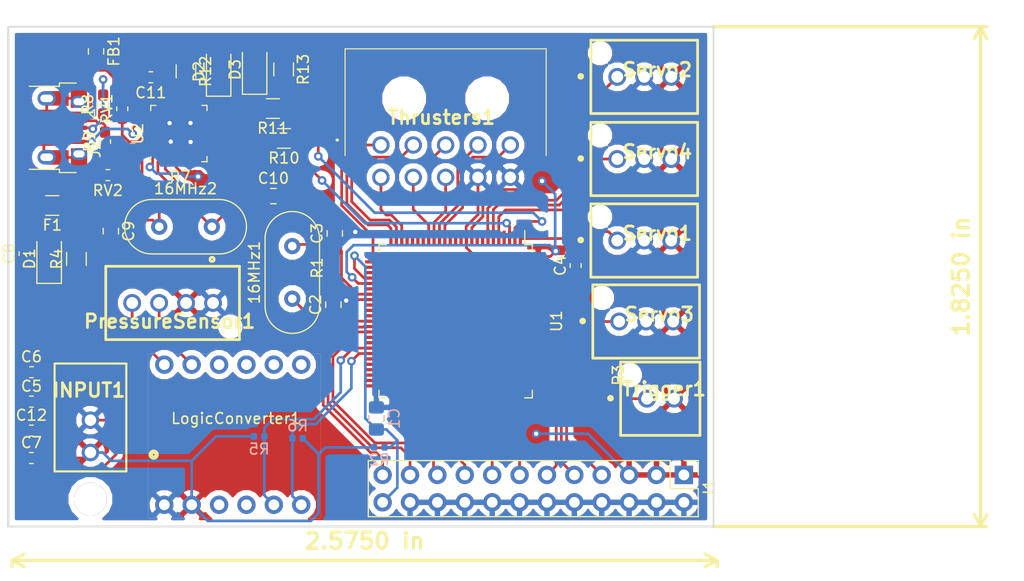
<source format=kicad_pcb>
(kicad_pcb (version 20171130) (host pcbnew "(5.0.2)-1")
  (layers (0 F.Cu signal) (31 B.Cu signal) (34 B.Paste user) (35 F.Paste user) (36 B.SilkS user) (37 F.SilkS user) (38 B.Mask user) (39 F.Mask user) (44 Edge.Cuts user))
  (net 0 "")
  (net 1 +5V)
  (net 2 "Net-(D1-Pad2)")
  (net 3 /SDA)
  (net 4 /SCL)
  (net 5 Earth)
  (net 6 "Net-(R3-Pad2)")
  (net 7 "Net-(16MHz1-Pad2)")
  (net 8 "Net-(16MHz1-Pad1)")
  (net 9 /Reset)
  (net 10 "Net-(U1-Pad4)")
  (net 11 /S2)
  (net 12 /S3)
  (net 13 /S4)
  (net 14 "Net-(U1-Pad8)")
  (net 15 "Net-(U1-Pad9)")
  (net 16 "Net-(U1-Pad12)")
  (net 17 "Net-(U1-Pad13)")
  (net 18 "Net-(U1-Pad14)")
  (net 19 /T1)
  (net 20 /T2)
  (net 21 /T3)
  (net 22 /T4)
  (net 23 "Net-(U1-Pad19)")
  (net 24 /T5)
  (net 25 /T6)
  (net 26 /T7)
  (net 27 /T8)
  (net 28 "Net-(U1-Pad27)")
  (net 29 "Net-(U1-Pad28)")
  (net 30 "Net-(U1-Pad29)")
  (net 31 "Net-(U1-Pad35)")
  (net 32 "Net-(U1-Pad36)")
  (net 33 "Net-(U1-Pad37)")
  (net 34 /PWM1)
  (net 35 /PWM2)
  (net 36 /PWM3)
  (net 37 "Net-(U1-Pad41)")
  (net 38 "Net-(U1-Pad42)")
  (net 39 "Net-(U1-Pad45)")
  (net 40 "Net-(U1-Pad46)")
  (net 41 "Net-(U1-Pad47)")
  (net 42 "Net-(U1-Pad48)")
  (net 43 "Net-(U1-Pad49)")
  (net 44 "Net-(U1-Pad50)")
  (net 45 "Net-(U1-Pad51)")
  (net 46 "Net-(U1-Pad52)")
  (net 47 "Net-(U1-Pad53)")
  (net 48 /D1)
  (net 49 /D2)
  (net 50 /D3)
  (net 51 "Net-(U1-Pad57)")
  (net 52 "Net-(U1-Pad58)")
  (net 53 "Net-(U1-Pad59)")
  (net 54 "Net-(U1-Pad60)")
  (net 55 "Net-(U1-Pad63)")
  (net 56 "Net-(U1-Pad64)")
  (net 57 "Net-(U1-Pad65)")
  (net 58 "Net-(U1-Pad66)")
  (net 59 "Net-(U1-Pad67)")
  (net 60 "Net-(U1-Pad68)")
  (net 61 "Net-(U1-Pad69)")
  (net 62 "Net-(U1-Pad70)")
  (net 63 "Net-(U1-Pad71)")
  (net 64 "Net-(U1-Pad72)")
  (net 65 "Net-(U1-Pad73)")
  (net 66 "Net-(U1-Pad74)")
  (net 67 "Net-(U1-Pad75)")
  (net 68 "Net-(U1-Pad76)")
  (net 69 "Net-(U1-Pad77)")
  (net 70 "Net-(U1-Pad78)")
  (net 71 "Net-(U1-Pad79)")
  (net 72 "Net-(U1-Pad82)")
  (net 73 "Net-(U1-Pad83)")
  (net 74 "Net-(U1-Pad84)")
  (net 75 "Net-(U1-Pad85)")
  (net 76 "Net-(U1-Pad86)")
  (net 77 "Net-(U1-Pad87)")
  (net 78 "Net-(U1-Pad88)")
  (net 79 "Net-(U1-Pad89)")
  (net 80 "Net-(U1-Pad91)")
  (net 81 "Net-(U1-Pad92)")
  (net 82 "Net-(U1-Pad93)")
  (net 83 "Net-(U1-Pad94)")
  (net 84 /A3)
  (net 85 /A2)
  (net 86 /A1)
  (net 87 "Net-(LogicConverter1-Pad12)")
  (net 88 "Net-(LogicConverter1-Pad11)")
  (net 89 "Net-(LogicConverter1-Pad4)")
  (net 90 "Net-(LogicConverter1-Pad3)")
  (net 91 "Net-(LogicConverter1-Pad9)")
  (net 92 "Net-(LogicConverter1-Pad10)")
  (net 93 "Net-(LogicConverter1-Pad8)")
  (net 94 "Net-(LogicConverter1-Pad7)")
  (net 95 /RX0)
  (net 96 "Net-(R11-Pad2)")
  (net 97 "Net-(R10-Pad2)")
  (net 98 /TX0)
  (net 99 "Net-(D3-Pad2)")
  (net 100 "Net-(D2-Pad2)")
  (net 101 "Net-(C11-Pad2)")
  (net 102 "Net-(FB1-Pad2)")
  (net 103 /D-)
  (net 104 /D+)
  (net 105 "Net-(J2-Pad2)")
  (net 106 "Net-(J2-Pad3)")
  (net 107 "Net-(16MHz2-Pad2)")
  (net 108 "Net-(16MHz2-Pad1)")
  (net 109 "Net-(Servo3-Pad1)")
  (net 110 "Net-(U1-Pad20)")
  (net 111 "Net-(U1-Pad21)")
  (net 112 "Net-(U1-Pad22)")
  (net 113 "Net-(C4-Pad1)")
  (net 114 "Net-(U2-Pad5)")
  (net 115 "Net-(U2-Pad6)")
  (net 116 "Net-(U2-Pad7)")
  (net 117 "Net-(D3-Pad1)")
  (net 118 "Net-(D2-Pad1)")
  (net 119 "Net-(U2-Pad12)")
  (net 120 "Net-(U2-Pad13)")
  (net 121 "Net-(U2-Pad14)")
  (net 122 "Net-(U2-Pad15)")
  (net 123 "Net-(U2-Pad16)")
  (net 124 "Net-(U2-Pad17)")
  (net 125 "Net-(U2-Pad18)")
  (net 126 "Net-(U2-Pad19)")
  (net 127 "Net-(U2-Pad20)")
  (net 128 "Net-(U2-Pad21)")
  (net 129 "Net-(U2-Pad22)")
  (net 130 "Net-(U2-Pad23)")
  (net 131 "Net-(U2-Pad24)")
  (net 132 "Net-(U2-Pad25)")
  (net 133 "Net-(U2-Pad26)")
  (net 134 "Net-(C11-Pad1)")
  (net 135 /USBVCC)
  (net 136 "Net-(J2-Pad4)")
  (net 137 "Net-(F1-Pad2)")
  (module Connector_PinHeader_2.54mm:PinHeader_2x12_P2.54mm_Vertical (layer F.Cu) (at 206.17 106.98 270)
    (fp_text reference J1 (at 1.27 -2.33 270) (layer F.SilkS))
    (fp_text value Conn_02x12_Odd_Even)
    (pad 1 thru_hole rect (at 0 0 270) (size 1.7 1.7) (drill 1) (layers *.Cu *.Mask) (net 1 +5V))
    (pad 2 thru_hole oval (at 2.54 0 270) (size 1.7 1.7) (drill 1) (layers *.Cu *.Mask) (net 5 Earth))
    (pad 3 thru_hole oval (at 0 2.54 270) (size 1.7 1.7) (drill 1) (layers *.Cu *.Mask) (net 1 +5V))
    (pad 4 thru_hole oval (at 2.54 2.54 270) (size 1.7 1.7) (drill 1) (layers *.Cu *.Mask) (net 5 Earth))
    (pad 5 thru_hole oval (at 0 5.08 270) (size 1.7 1.7) (drill 1) (layers *.Cu *.Mask) (net 1 +5V))
    (pad 6 thru_hole oval (at 2.54 5.08 270) (size 1.7 1.7) (drill 1) (layers *.Cu *.Mask) (net 5 Earth))
    (pad 7 thru_hole oval (at 0 7.62 270) (size 1.7 1.7) (drill 1) (layers *.Cu *.Mask) (net 86 /A1))
    (pad 8 thru_hole oval (at 2.54 7.62 270) (size 1.7 1.7) (drill 1) (layers *.Cu *.Mask) (net 5 Earth))
    (pad 9 thru_hole oval (at 0 10.16 270) (size 1.7 1.7) (drill 1) (layers *.Cu *.Mask) (net 85 /A2))
    (pad 10 thru_hole oval (at 2.54 10.16 270) (size 1.7 1.7) (drill 1) (layers *.Cu *.Mask) (net 5 Earth))
    (pad 11 thru_hole oval (at 0 12.7 270) (size 1.7 1.7) (drill 1) (layers *.Cu *.Mask) (net 84 /A3))
    (pad 12 thru_hole oval (at 2.54 12.7 270) (size 1.7 1.7) (drill 1) (layers *.Cu *.Mask) (net 5 Earth))
    (pad 13 thru_hole oval (at 0 15.24 270) (size 1.7 1.7) (drill 1) (layers *.Cu *.Mask) (net 50 /D3))
    (pad 14 thru_hole oval (at 2.54 15.24 270) (size 1.7 1.7) (drill 1) (layers *.Cu *.Mask) (net 5 Earth))
    (pad 15 thru_hole oval (at 0 17.78 270) (size 1.7 1.7) (drill 1) (layers *.Cu *.Mask) (net 49 /D2))
    (pad 16 thru_hole oval (at 2.54 17.78 270) (size 1.7 1.7) (drill 1) (layers *.Cu *.Mask) (net 5 Earth))
    (pad 17 thru_hole oval (at 0 20.32 270) (size 1.7 1.7) (drill 1) (layers *.Cu *.Mask) (net 48 /D1))
    (pad 18 thru_hole oval (at 2.54 20.32 270) (size 1.7 1.7) (drill 1) (layers *.Cu *.Mask) (net 5 Earth))
    (pad 19 thru_hole oval (at 0 22.86 270) (size 1.7 1.7) (drill 1) (layers *.Cu *.Mask) (net 36 /PWM3))
    (pad 20 thru_hole oval (at 2.54 22.86 270) (size 1.7 1.7) (drill 1) (layers *.Cu *.Mask) (net 5 Earth))
    (pad 21 thru_hole oval (at 0 25.4 270) (size 1.7 1.7) (drill 1) (layers *.Cu *.Mask) (net 35 /PWM2))
    (pad 22 thru_hole oval (at 2.54 25.4 270) (size 1.7 1.7) (drill 1) (layers *.Cu *.Mask) (net 5 Earth))
    (pad 23 thru_hole oval (at 0 27.94 270) (size 1.7 1.7) (drill 1) (layers *.Cu *.Mask) (net 34 /PWM1))
    (pad 24 thru_hole oval (at 2.54 27.94 270) (size 1.7 1.7) (drill 1) (layers *.Cu *.Mask) (net 9 /Reset))
  )
  (module Crystal:Crystal_HC49-U_Vertical (layer F.Cu) (at 169.85 90.64 90)
    (fp_text reference 16MHz1 (at 2.44 -3.525 90) (layer F.SilkS))
    (fp_text value Crystal)
    (pad 2 thru_hole circle (at 4.88 0 90) (size 1.5 1.5) (drill 0.8) (layers *.Cu *.Mask) (net 7 "Net-(16MHz1-Pad2)"))
    (pad 1 thru_hole circle (at 0 0 90) (size 1.5 1.5) (drill 0.8) (layers *.Cu *.Mask) (net 8 "Net-(16MHz1-Pad1)"))
  )
  (module Fuse:Fuse_1206_3216Metric_Pad1.42x1.75mm_HandSolder (layer F.Cu) (at 147.59 81.99 180)
    (fp_text reference F1 (at 0 -1.82 180) (layer F.SilkS))
    (fp_text value 500mA)
    (pad 1 smd roundrect (at -1.4875 0 180) (size 1.425 1.75) (layers F.Cu F.Paste F.Mask) (roundrect_rratio 0.175439) (net 135 /USBVCC))
    (pad 2 smd roundrect (at 1.4875 0 180) (size 1.425 1.75) (layers F.Cu F.Paste F.Mask) (roundrect_rratio 0.175439) (net 137 "Net-(F1-Pad2)"))
  )
  (module Capacitor_SMD:C_0603_1608Metric_Pad1.05x0.95mm_HandSolder (layer F.Cu) (at 145.655 102.87)
    (fp_text reference C12 (at 0 -1.43) (layer F.SilkS))
    (fp_text value 100n)
    (pad 1 smd roundrect (at -0.875 0) (size 1.05 0.95) (layers F.Cu F.Paste F.Mask) (net 5 Earth))
    (pad 2 smd roundrect (at 0.875 0) (size 1.05 0.95) (layers F.Cu F.Paste F.Mask) (net 1 +5V))
  )
  (module Capacitor_SMD:C_0603_1608Metric_Pad1.05x0.95mm_HandSolder (layer F.Cu) (at 156.73 70.1 180)
    (fp_text reference C11 (at 0 -1.43 180) (layer F.SilkS))
    (fp_text value 100n)
    (pad 2 smd roundrect (at 0.875 0 180) (size 1.05 0.95) (layers F.Cu F.Paste F.Mask) (net 101 "Net-(C11-Pad2)"))
    (pad 1 smd roundrect (at -0.875 0 180) (size 1.05 0.95) (layers F.Cu F.Paste F.Mask) (net 134 "Net-(C11-Pad1)"))
  )
  (module Capacitor_SMD:C_0603_1608Metric_Pad1.05x0.95mm_HandSolder (layer F.Cu) (at 196.13 87.56 90)
    (fp_text reference C4 (at 0 -1.43 90) (layer F.SilkS))
    (fp_text value 100n)
    (pad 1 smd roundrect (at -0.875 0 90) (size 1.05 0.95) (layers F.Cu F.Paste F.Mask) (net 113 "Net-(C4-Pad1)"))
    (pad 2 smd roundrect (at 0.875 0 90) (size 1.05 0.95) (layers F.Cu F.Paste F.Mask) (net 5 Earth))
  )
  (module Capacitor_SMD:C_0603_1608Metric_Pad1.05x0.95mm_HandSolder (layer F.Cu) (at 145.66 100.18)
    (fp_text reference C5 (at 0 -1.43) (layer F.SilkS))
    (fp_text value 100n)
    (pad 2 smd roundrect (at 0.875 0) (size 1.05 0.95) (layers F.Cu F.Paste F.Mask) (net 1 +5V))
    (pad 1 smd roundrect (at -0.875 0) (size 1.05 0.95) (layers F.Cu F.Paste F.Mask) (net 5 Earth))
  )
  (module Capacitor_SMD:C_0603_1608Metric_Pad1.05x0.95mm_HandSolder (layer F.Cu) (at 145.66 97.45)
    (fp_text reference C6 (at 0 -1.43) (layer F.SilkS))
    (fp_text value 100n)
    (pad 1 smd roundrect (at -0.875 0) (size 1.05 0.95) (layers F.Cu F.Paste F.Mask) (net 5 Earth))
    (pad 2 smd roundrect (at 0.875 0) (size 1.05 0.95) (layers F.Cu F.Paste F.Mask) (net 1 +5V))
  )
  (module Capacitor_SMD:C_0603_1608Metric_Pad1.05x0.95mm_HandSolder (layer F.Cu) (at 145.655 105.41)
    (fp_text reference C7 (at 0 -1.43) (layer F.SilkS))
    (fp_text value 100n)
    (pad 2 smd roundrect (at 0.875 0) (size 1.05 0.95) (layers F.Cu F.Paste F.Mask) (net 1 +5V))
    (pad 1 smd roundrect (at -0.875 0) (size 1.05 0.95) (layers F.Cu F.Paste F.Mask) (net 5 Earth))
  )
  (module Capacitor_SMD:C_0603_1608Metric_Pad1.05x0.95mm_HandSolder (layer F.Cu) (at 145.02 86.45 90)
    (fp_text reference C8 (at 0 -1.43 90) (layer F.SilkS))
    (fp_text value 100n)
    (pad 1 smd roundrect (at -0.875 0 90) (size 1.05 0.95) (layers F.Cu F.Paste F.Mask) (net 5 Earth))
    (pad 2 smd roundrect (at 0.875 0 90) (size 1.05 0.95) (layers F.Cu F.Paste F.Mask) (net 135 /USBVCC))
  )
  (module Capacitor_SMD:C_0805_2012Metric_Pad1.15x1.40mm_HandSolder (layer F.Cu) (at 173.66 91.19 90)
    (fp_text reference C2 (at 0 -1.65 90) (layer F.SilkS))
    (fp_text value 22pF)
    (pad 1 smd roundrect (at -1.025 0 90) (size 1.15 1.4) (layers F.Cu F.Paste F.Mask) (roundrect_rratio 0.217391) (net 8 "Net-(16MHz1-Pad1)"))
    (pad 2 smd roundrect (at 1.025 0 90) (size 1.15 1.4) (layers F.Cu F.Paste F.Mask) (roundrect_rratio 0.217391) (net 5 Earth))
  )
  (module Capacitor_SMD:C_0805_2012Metric_Pad1.15x1.40mm_HandSolder (layer F.Cu) (at 168.1 81.12)
    (fp_text reference C10 (at 0 -1.65) (layer F.SilkS))
    (fp_text value 22pF)
    (pad 2 smd roundrect (at 1.025 0) (size 1.15 1.4) (layers F.Cu F.Paste F.Mask) (roundrect_rratio 0.217391) (net 5 Earth))
    (pad 1 smd roundrect (at -1.025 0) (size 1.15 1.4) (layers F.Cu F.Paste F.Mask) (roundrect_rratio 0.217391) (net 107 "Net-(16MHz2-Pad2)"))
  )
  (module Capacitor_SMD:C_0805_2012Metric_Pad1.15x1.40mm_HandSolder (layer F.Cu) (at 153.02 84.37 270)
    (fp_text reference C9 (at 0 -1.65 270) (layer F.SilkS))
    (fp_text value 22pF)
    (pad 1 smd roundrect (at -1.025 0 270) (size 1.15 1.4) (layers F.Cu F.Paste F.Mask) (roundrect_rratio 0.217391) (net 108 "Net-(16MHz2-Pad1)"))
    (pad 2 smd roundrect (at 1.025 0 270) (size 1.15 1.4) (layers F.Cu F.Paste F.Mask) (roundrect_rratio 0.217391) (net 5 Earth))
  )
  (module Capacitor_SMD:C_0805_2012Metric_Pad1.15x1.40mm_HandSolder (layer F.Cu) (at 173.79 84.58 90)
    (fp_text reference C3 (at 0 -1.65 90) (layer F.SilkS))
    (fp_text value 22pF)
    (pad 2 smd roundrect (at 1.025 0 90) (size 1.15 1.4) (layers F.Cu F.Paste F.Mask) (roundrect_rratio 0.217391) (net 5 Earth))
    (pad 1 smd roundrect (at -1.025 0 90) (size 1.15 1.4) (layers F.Cu F.Paste F.Mask) (roundrect_rratio 0.217391) (net 7 "Net-(16MHz1-Pad2)"))
  )
  (module Capacitor_SMD:C_0805_2012Metric_Pad1.15x1.40mm_HandSolder (layer B.Cu) (at 177.65 101.74 90)
    (fp_text reference C1 (at 0 1.65 90) (layer B.SilkS) (effects (justify mirror)))
    (fp_text value 22pF)
    (pad 1 smd roundrect (at -1.025 0 90) (size 1.15 1.4) (layers B.Cu B.Paste B.Mask) (roundrect_rratio 0.217391) (net 9 /Reset))
    (pad 2 smd roundrect (at 1.025 0 90) (size 1.15 1.4) (layers B.Cu B.Paste B.Mask) (roundrect_rratio 0.217391) (net 5 Earth))
  )
  (module Connector_USB:USB_Micro-B_Amphenol_10103594-0001LF_Horizontal (layer F.Cu) (at 148.19 74.81 270)
    (fp_text reference J2 (at 1.925 -3.365 270) (layer F.SilkS))
    (fp_text value USB_B_Micro)
    (pad 6 smd rect (at 2.725 0.185 270) (size 1.35 2) (layers F.Cu F.Paste F.Mask) (net 102 "Net-(FB1-Pad2)"))
    (pad 6 smd rect (at -2.755 0.185 270) (size 1.35 2) (layers F.Cu F.Paste F.Mask) (net 102 "Net-(FB1-Pad2)"))
    (pad 6 smd rect (at -2.975 -0.565 270) (size 1.825 0.7) (layers F.Cu F.Paste F.Mask) (net 102 "Net-(FB1-Pad2)"))
    (pad 6 smd rect (at 2.975 -0.565 270) (size 1.825 0.7) (layers F.Cu F.Paste F.Mask) (net 102 "Net-(FB1-Pad2)"))
    (pad 6 smd rect (at -2.875 -1.865 270) (size 2 1.5) (layers F.Cu F.Paste F.Mask) (net 102 "Net-(FB1-Pad2)"))
    (pad 6 smd rect (at 2.875 -1.885 270) (size 2 1.5) (layers F.Cu F.Paste F.Mask) (net 102 "Net-(FB1-Pad2)"))
    (pad 1 smd rect (at -1.325 -1.765) (size 1.65 0.4) (layers F.Cu F.Paste F.Mask) (net 137 "Net-(F1-Pad2)"))
    (pad 2 smd rect (at -0.675 -1.765) (size 1.65 0.4) (layers F.Cu F.Paste F.Mask) (net 105 "Net-(J2-Pad2)"))
    (pad 3 smd rect (at -0.025 -1.765) (size 1.65 0.4) (layers F.Cu F.Paste F.Mask) (net 106 "Net-(J2-Pad3)"))
    (pad 4 smd rect (at 0.625 -1.765) (size 1.65 0.4) (layers F.Cu F.Paste F.Mask) (net 136 "Net-(J2-Pad4)"))
    (pad 5 smd rect (at 1.275 -1.765) (size 1.65 0.4) (layers F.Cu F.Paste F.Mask) (net 101 "Net-(C11-Pad2)"))
    (pad 6 thru_hole oval (at -2.445 -1.885) (size 1.5 1.1) (drill oval 1.05 0.65) (layers *.Cu *.Mask) (net 102 "Net-(FB1-Pad2)"))
    (pad 6 thru_hole oval (at 2.395 -1.885) (size 1.5 1.1) (drill oval 1.05 0.65) (layers *.Cu *.Mask) (net 102 "Net-(FB1-Pad2)"))
    (pad 6 thru_hole oval (at -2.755 1.115) (size 1.7 1.35) (drill oval 1.2 0.7) (layers *.Cu *.Mask) (net 102 "Net-(FB1-Pad2)"))
    (pad 6 thru_hole oval (at 2.705 1.115) (size 1.7 1.35) (drill oval 1.2 0.7) (layers *.Cu *.Mask) (net 102 "Net-(FB1-Pad2)"))
    (pad 6 smd rect (at -0.985 1.385) (size 2.5 1.43) (layers F.Cu F.Paste F.Mask) (net 102 "Net-(FB1-Pad2)"))
    (pad 6 smd rect (at 0.935 1.385) (size 2.5 1.43) (layers F.Cu F.Paste F.Mask) (net 102 "Net-(FB1-Pad2)"))
  )
  (module Crystal:Crystal_HC49-U_Vertical (layer F.Cu) (at 157.509857 83.959115)
    (fp_text reference 16MHz2 (at 2.44 -3.525) (layer F.SilkS))
    (fp_text value Crystal)
    (pad 1 thru_hole circle (at 0 0) (size 1.5 1.5) (drill 0.8) (layers *.Cu *.Mask) (net 108 "Net-(16MHz2-Pad1)"))
    (pad 2 thru_hole circle (at 4.88 0) (size 1.5 1.5) (drill 0.8) (layers *.Cu *.Mask) (net 107 "Net-(16MHz2-Pad2)"))
  )
  (module LED_SMD:LED_1206_3216Metric (layer F.Cu) (at 147.3 86.93 90)
    (fp_text reference D1 (at 0 -1.82 90) (layer F.SilkS))
    (fp_text value LED)
    (pad 1 smd roundrect (at -1.4 0 90) (size 1.25 1.75) (layers F.Cu F.Paste F.Mask) (roundrect_rratio 0.2) (net 5 Earth))
    (pad 2 smd roundrect (at 1.4 0 90) (size 1.25 1.75) (layers F.Cu F.Paste F.Mask) (roundrect_rratio 0.2) (net 2 "Net-(D1-Pad2)"))
  )
  (module LED_SMD:LED_1206_3216Metric (layer F.Cu) (at 163.02 69.57 90)
    (fp_text reference D2 (at 0 -1.82 90) (layer F.SilkS))
    (fp_text value LED)
    (pad 2 smd roundrect (at 1.4 0 90) (size 1.25 1.75) (layers F.Cu F.Paste F.Mask) (roundrect_rratio 0.2) (net 100 "Net-(D2-Pad2)"))
    (pad 1 smd roundrect (at -1.4 0 90) (size 1.25 1.75) (layers F.Cu F.Paste F.Mask) (roundrect_rratio 0.2) (net 118 "Net-(D2-Pad1)"))
  )
  (module LED_SMD:LED_1206_3216Metric (layer F.Cu) (at 166.36 69.39 90)
    (fp_text reference D3 (at 0 -1.82 90) (layer F.SilkS))
    (fp_text value LED)
    (pad 1 smd roundrect (at -1.4 0 90) (size 1.25 1.75) (layers F.Cu F.Paste F.Mask) (roundrect_rratio 0.2) (net 117 "Net-(D3-Pad1)"))
    (pad 2 smd roundrect (at 1.4 0 90) (size 1.25 1.75) (layers F.Cu F.Paste F.Mask) (roundrect_rratio 0.2) (net 99 "Net-(D3-Pad2)"))
  )
  (module Molex_Connector:01x03 (layer F.Cu) (at 202.67 96.15 180)
    (fp_text reference Servo3 (at -1.213 4.058 180) (layer F.SilkS) (effects (font (size 1.27 1.27) (thickness 0.254))))
    (fp_text value Conn_01x03_Male hide)
    (pad 1 thru_hole circle (at 2.5 3.4 180) (size 1.65 1.65) (drill 1.1) (layers *.Cu *.Mask) (net 109 "Net-(Servo3-Pad1)"))
    (pad 2 thru_hole circle (at 0 3.4 180) (size 1.65 1.65) (drill 1.1) (layers *.Cu *.Mask) (net 5 Earth))
    (pad 3 thru_hole circle (at -2.5 3.4 180) (size 1.65 1.65) (drill 1.1) (layers *.Cu *.Mask) (net 1 +5V))
    (pad 4 np_thru_hole circle (at 4.1 5.6 180) (size 1.25 0) (drill 1.25) (layers *.Cu *.Mask))
  )
  (module Molex_Connector:01x03 (layer F.Cu) (at 202.49 88.64 180)
    (fp_text reference Servo1 (at -1.213 4.058 180) (layer F.SilkS) (effects (font (size 1.27 1.27) (thickness 0.254))))
    (fp_text value Conn_01x03_Male hide)
    (pad 4 np_thru_hole circle (at 4.1 5.6 180) (size 1.25 0) (drill 1.25) (layers *.Cu *.Mask))
    (pad 3 thru_hole circle (at -2.5 3.4 180) (size 1.65 1.65) (drill 1.1) (layers *.Cu *.Mask) (net 1 +5V))
    (pad 2 thru_hole circle (at 0 3.4 180) (size 1.65 1.65) (drill 1.1) (layers *.Cu *.Mask) (net 5 Earth))
    (pad 1 thru_hole circle (at 2.5 3.4 180) (size 1.65 1.65) (drill 1.1) (layers *.Cu *.Mask) (net 11 /S2))
  )
  (module Molex_Connector:01x03 (layer F.Cu) (at 202.49 73.46 180)
    (fp_text reference Servo2 (at -1.213 4.058 180) (layer F.SilkS) (effects (font (size 1.27 1.27) (thickness 0.254))))
    (fp_text value Conn_01x03_Male hide)
    (pad 1 thru_hole circle (at 2.5 3.4 180) (size 1.65 1.65) (drill 1.1) (layers *.Cu *.Mask) (net 13 /S4))
    (pad 2 thru_hole circle (at 0 3.4 180) (size 1.65 1.65) (drill 1.1) (layers *.Cu *.Mask) (net 5 Earth))
    (pad 3 thru_hole circle (at -2.5 3.4 180) (size 1.65 1.65) (drill 1.1) (layers *.Cu *.Mask) (net 1 +5V))
    (pad 4 np_thru_hole circle (at 4.1 5.6 180) (size 1.25 0) (drill 1.25) (layers *.Cu *.Mask))
  )
  (module Molex_Connector:01x03 (layer F.Cu) (at 202.49 81.08 180)
    (fp_text reference Servo4 (at -1.213 4.058 180) (layer F.SilkS) (effects (font (size 1.27 1.27) (thickness 0.254))))
    (fp_text value Conn_01x03_Male hide)
    (pad 4 np_thru_hole circle (at 4.1 5.6 180) (size 1.25 0) (drill 1.25) (layers *.Cu *.Mask))
    (pad 3 thru_hole circle (at -2.5 3.4 180) (size 1.65 1.65) (drill 1.1) (layers *.Cu *.Mask) (net 1 +5V))
    (pad 2 thru_hole circle (at 0 3.4 180) (size 1.65 1.65) (drill 1.1) (layers *.Cu *.Mask) (net 5 Earth))
    (pad 1 thru_hole circle (at 2.5 3.4 180) (size 1.65 1.65) (drill 1.1) (layers *.Cu *.Mask) (net 12 /S3))
  )
  (module Molex_Connector:02x05 (layer F.Cu) (at 178.07 76.38 180)
    (fp_text reference Thrusters1 (at -5.612 2.559 180) (layer F.SilkS) (effects (font (size 1.27 1.27) (thickness 0.254))))
    (fp_text value "Connector 02x05" hide)
    (pad MH2 np_thru_hole circle (at -2.15 4.32 180) (size 3.05 0) (drill 3.05) (layers *.Cu *.Mask))
    (pad MH1 np_thru_hole circle (at -9.85 4.32 180) (size 3.05 0) (drill 3.05) (layers *.Cu *.Mask))
    (pad 10 thru_hole circle (at -12 -3 180) (size 1.605 1.605) (drill 1.07) (layers *.Cu *.Mask) (net 5 Earth))
    (pad 9 thru_hole circle (at -9 -3 180) (size 1.605 1.605) (drill 1.07) (layers *.Cu *.Mask) (net 5 Earth))
    (pad 8 thru_hole circle (at -6 -3 180) (size 1.605 1.605) (drill 1.07) (layers *.Cu *.Mask) (net 27 /T8))
    (pad 7 thru_hole circle (at -3 -3 180) (size 1.605 1.605) (drill 1.07) (layers *.Cu *.Mask) (net 26 /T7))
    (pad 6 thru_hole circle (at 0 -3 180) (size 1.605 1.605) (drill 1.07) (layers *.Cu *.Mask) (net 25 /T6))
    (pad 5 thru_hole circle (at -12 0 180) (size 1.605 1.605) (drill 1.07) (layers *.Cu *.Mask) (net 24 /T5))
    (pad 4 thru_hole circle (at -9 0 180) (size 1.605 1.605) (drill 1.07) (layers *.Cu *.Mask) (net 22 /T4))
    (pad 3 thru_hole circle (at -6 0 180) (size 1.605 1.605) (drill 1.07) (layers *.Cu *.Mask) (net 21 /T3))
    (pad 2 thru_hole circle (at -3 0 180) (size 1.605 1.605) (drill 1.07) (layers *.Cu *.Mask) (net 20 /T2))
    (pad 1 thru_hole circle (at 0 0 180) (size 1.605 1.605) (drill 1.07) (layers *.Cu *.Mask) (net 19 /T1))
  )
  (module Molex_Connector:02x06 (layer F.Cu) (at 170.68 109.75 180)
    (fp_text reference LogicConverter1 (at 6.06 8.01 180) (layer F.SilkS))
    (fp_text value Conn_02x06_Counter_Clockwise)
    (pad 1 thru_hole circle (at 0 0 180) (size 1.7 1.7) (drill 1) (layers *.Cu *.Mask) (net 3 /SDA))
    (pad 2 thru_hole circle (at 2.54 0 180) (size 1.7 1.7) (drill 1) (layers *.Cu *.Mask) (net 4 /SCL))
    (pad 4 thru_hole circle (at 7.62 0 180) (size 1.7 1.7) (drill 1) (layers *.Cu *.Mask) (net 89 "Net-(LogicConverter1-Pad4)"))
    (pad 3 thru_hole circle (at 5.08 0 180) (size 1.7 1.7) (drill 1) (layers *.Cu *.Mask) (net 90 "Net-(LogicConverter1-Pad3)"))
    (pad 6 thru_hole circle (at 12.7 0 180) (size 1.7 1.7) (drill 1) (layers *.Cu *.Mask) (net 5 Earth))
    (pad 5 thru_hole circle (at 10.16 0 180) (size 1.7 1.7) (drill 1) (layers *.Cu *.Mask) (net 1 +5V))
    (pad 11 thru_hole circle (at 10.16 13 180) (size 1.7 1.7) (drill 1) (layers *.Cu *.Mask) (net 88 "Net-(LogicConverter1-Pad11)"))
    (pad 12 thru_hole circle (at 12.7 13 180) (size 1.7 1.7) (drill 1) (layers *.Cu *.Mask) (net 87 "Net-(LogicConverter1-Pad12)"))
    (pad 9 thru_hole circle (at 5.08 13 180) (size 1.7 1.7) (drill 1) (layers *.Cu *.Mask) (net 91 "Net-(LogicConverter1-Pad9)"))
    (pad 10 thru_hole circle (at 7.62 13 180) (size 1.7 1.7) (drill 1) (layers *.Cu *.Mask) (net 92 "Net-(LogicConverter1-Pad10)"))
    (pad 8 thru_hole circle (at 2.54 13 180) (size 1.7 1.7) (drill 1) (layers *.Cu *.Mask) (net 93 "Net-(LogicConverter1-Pad8)"))
    (pad 7 thru_hole circle (at 0 13 180) (size 1.7 1.7) (drill 1) (layers *.Cu *.Mask) (net 94 "Net-(LogicConverter1-Pad7)"))
  )
  (module Molex_Connector:53375-0210 (layer F.Cu) (at 203.98 103.31 180)
    (fp_text reference Trigger1 (at -0.34846 4.30217 180) (layer F.SilkS) (effects (font (size 1.27 1.27) (thickness 0.254))))
    (fp_text value Conn_01x02_Female hide)
    (pad 3 np_thru_hole circle (at 2.83 5.6 180) (size 1.25 0) (drill 1.25) (layers *.Cu *.Mask))
    (pad 2 thru_hole circle (at -1.27 3.4 180) (size 1.65 1.65) (drill 1.1) (layers *.Cu *.Mask) (net 1 +5V))
    (pad 1 thru_hole circle (at 1.23 3.4 180) (size 1.65 1.65) (drill 1.1) (layers *.Cu *.Mask) (net 6 "Net-(R3-Pad2)"))
  )
  (module Molex_Connector:53375-0410 (layer F.Cu) (at 158.75 87.63)
    (fp_text reference PressureSensor1 (at -0.275 5.104) (layer F.SilkS) (effects (font (size 1.27 1.27) (thickness 0.254))))
    (fp_text value Conn_01x04_Male hide)
    (pad 5 np_thru_hole circle (at 5.35 5.6) (size 1.25 0) (drill 1.25) (layers *.Cu *.Mask))
    (pad 4 thru_hole circle (at -3.75 3.4) (size 1.65 1.65) (drill 1.1) (layers *.Cu *.Mask) (net 87 "Net-(LogicConverter1-Pad12)"))
    (pad 3 thru_hole circle (at -1.25 3.4) (size 1.65 1.65) (drill 1.1) (layers *.Cu *.Mask) (net 88 "Net-(LogicConverter1-Pad11)"))
    (pad 2 thru_hole circle (at 1.25 3.4) (size 1.65 1.65) (drill 1.1) (layers *.Cu *.Mask) (net 1 +5V))
    (pad 1 thru_hole circle (at 3.75 3.4) (size 1.65 1.65) (drill 1.1) (layers *.Cu *.Mask) (net 5 Earth))
  )
  (module Molex_Connector:input (layer F.Cu) (at 151.13 109.22)
    (fp_text reference INPUT1 (at -0.147 -10.096) (layer F.SilkS) (effects (font (size 1.27 1.27) (thickness 0.254))))
    (fp_text value Conn_01x02_Male hide)
    (pad 1 thru_hole circle (at 0 -4.32) (size 1.62 1.62) (drill 1.07) (layers *.Cu *.Mask) (net 1 +5V))
    (pad 2 thru_hole circle (at 0 -7.32) (size 1.62 1.62) (drill 1.07) (layers *.Cu *.Mask) (net 5 Earth))
    (pad 3 thru_hole circle (at 0 0) (size 3.05 3.05) (drill 3.05) (layers *.Cu *.Mask))
  )
  (module Package_DFN_QFN:QFN-32-1EP_5x5mm_P0.5mm_EP3.1x3.1mm (layer F.Cu) (at 159.33 75.32 90)
    (fp_text reference U2 (at 0 -3.82 90) (layer F.SilkS))
    (fp_text value ATmega8U2-MU)
    (pad 33 smd roundrect (at 0 0 90) (size 3.1 3.1) (layers F.Cu F.Mask) (roundrect_rratio 0.08064499999999999) (net 5 Earth))
    (pad 1 smd roundrect (at -2.4375 -1.75 90) (size 0.875 0.25) (layers F.Cu F.Paste F.Mask) (net 108 "Net-(16MHz2-Pad1)"))
    (pad 2 smd roundrect (at -2.4375 -1.25 90) (size 0.875 0.25) (layers F.Cu F.Paste F.Mask) (net 107 "Net-(16MHz2-Pad2)"))
    (pad 3 smd roundrect (at -2.4375 -0.75 90) (size 0.875 0.25) (layers F.Cu F.Paste F.Mask) (net 5 Earth))
    (pad 4 smd roundrect (at -2.4375 -0.25 90) (size 0.875 0.25) (layers F.Cu F.Paste F.Mask) (net 1 +5V))
    (pad 5 smd roundrect (at -2.4375 0.25 90) (size 0.875 0.25) (layers F.Cu F.Paste F.Mask) (net 114 "Net-(U2-Pad5)"))
    (pad 6 smd roundrect (at -2.4375 0.75 90) (size 0.875 0.25) (layers F.Cu F.Paste F.Mask) (net 115 "Net-(U2-Pad6)"))
    (pad 7 smd roundrect (at -2.4375 1.25 90) (size 0.875 0.25) (layers F.Cu F.Paste F.Mask) (net 116 "Net-(U2-Pad7)"))
    (pad 8 smd roundrect (at -2.4375 1.75 90) (size 0.875 0.25) (layers F.Cu F.Paste F.Mask) (net 97 "Net-(R10-Pad2)"))
    (pad 9 smd roundrect (at -1.75 2.4375 90) (size 0.25 0.875) (layers F.Cu F.Paste F.Mask) (net 96 "Net-(R11-Pad2)"))
    (pad 10 smd roundrect (at -1.25 2.4375 90) (size 0.25 0.875) (layers F.Cu F.Paste F.Mask) (net 117 "Net-(D3-Pad1)"))
    (pad 11 smd roundrect (at -0.75 2.4375 90) (size 0.25 0.875) (layers F.Cu F.Paste F.Mask) (net 118 "Net-(D2-Pad1)"))
    (pad 12 smd roundrect (at -0.25 2.4375 90) (size 0.25 0.875) (layers F.Cu F.Paste F.Mask) (net 119 "Net-(U2-Pad12)"))
    (pad 13 smd roundrect (at 0.25 2.4375 90) (size 0.25 0.875) (layers F.Cu F.Paste F.Mask) (net 120 "Net-(U2-Pad13)"))
    (pad 14 smd roundrect (at 0.75 2.4375 90) (size 0.25 0.875) (layers F.Cu F.Paste F.Mask) (net 121 "Net-(U2-Pad14)"))
    (pad 15 smd roundrect (at 1.25 2.4375 90) (size 0.25 0.875) (layers F.Cu F.Paste F.Mask) (net 122 "Net-(U2-Pad15)"))
    (pad 16 smd roundrect (at 1.75 2.4375 90) (size 0.25 0.875) (layers F.Cu F.Paste F.Mask) (net 123 "Net-(U2-Pad16)"))
    (pad 17 smd roundrect (at 2.4375 1.75 90) (size 0.875 0.25) (layers F.Cu F.Paste F.Mask) (net 124 "Net-(U2-Pad17)"))
    (pad 18 smd roundrect (at 2.4375 1.25 90) (size 0.875 0.25) (layers F.Cu F.Paste F.Mask) (net 125 "Net-(U2-Pad18)"))
    (pad 19 smd roundrect (at 2.4375 0.75 90) (size 0.875 0.25) (layers F.Cu F.Paste F.Mask) (net 126 "Net-(U2-Pad19)"))
    (pad 20 smd roundrect (at 2.4375 0.25 90) (size 0.875 0.25) (layers F.Cu F.Paste F.Mask) (net 127 "Net-(U2-Pad20)"))
    (pad 21 smd roundrect (at 2.4375 -0.25 90) (size 0.875 0.25) (layers F.Cu F.Paste F.Mask) (net 128 "Net-(U2-Pad21)"))
    (pad 22 smd roundrect (at 2.4375 -0.75 90) (size 0.875 0.25) (layers F.Cu F.Paste F.Mask) (net 129 "Net-(U2-Pad22)"))
    (pad 23 smd roundrect (at 2.4375 -1.25 90) (size 0.875 0.25) (layers F.Cu F.Paste F.Mask) (net 130 "Net-(U2-Pad23)"))
    (pad 24 smd roundrect (at 2.4375 -1.75 90) (size 0.875 0.25) (layers F.Cu F.Paste F.Mask) (net 131 "Net-(U2-Pad24)"))
    (pad 25 smd roundrect (at 1.75 -2.4375 90) (size 0.25 0.875) (layers F.Cu F.Paste F.Mask) (net 132 "Net-(U2-Pad25)"))
    (pad 26 smd roundrect (at 1.25 -2.4375 90) (size 0.25 0.875) (layers F.Cu F.Paste F.Mask) (net 133 "Net-(U2-Pad26)"))
    (pad 27 smd roundrect (at 0.75 -2.4375 90) (size 0.25 0.875) (layers F.Cu F.Paste F.Mask) (net 134 "Net-(C11-Pad1)"))
    (pad 28 smd roundrect (at 0.25 -2.4375 90) (size 0.25 0.875) (layers F.Cu F.Paste F.Mask) (net 101 "Net-(C11-Pad2)"))
    (pad 29 smd roundrect (at -0.25 -2.4375 90) (size 0.25 0.875) (layers F.Cu F.Paste F.Mask) (net 104 /D+))
    (pad 30 smd roundrect (at -0.75 -2.4375 90) (size 0.25 0.875) (layers F.Cu F.Paste F.Mask) (net 103 /D-))
    (pad 31 smd roundrect (at -1.25 -2.4375 90) (size 0.25 0.875) (layers F.Cu F.Paste F.Mask) (net 135 /USBVCC))
    (pad 32 smd roundrect (at -1.75 -2.4375 90) (size 0.25 0.875) (layers F.Cu F.Paste F.Mask) (net 1 +5V))
  )
  (module Package_QFP:TQFP-100_14x14mm_P0.5mm (layer F.Cu) (at 185 92.72 270)
    (fp_text reference U1 (at 0 -9.35 270) (layer F.SilkS))
    (fp_text value ATmega2560-16AU)
    (pad 1 smd roundrect (at -7.6625 -6 270) (size 1.475 0.3) (layers F.Cu F.Paste F.Mask) (net 109 "Net-(Servo3-Pad1)"))
    (pad 2 smd roundrect (at -7.6625 -5.5 270) (size 1.475 0.3) (layers F.Cu F.Paste F.Mask) (net 95 /RX0))
    (pad 3 smd roundrect (at -7.6625 -5 270) (size 1.475 0.3) (layers F.Cu F.Paste F.Mask) (net 98 /TX0))
    (pad 4 smd roundrect (at -7.6625 -4.5 270) (size 1.475 0.3) (layers F.Cu F.Paste F.Mask) (net 10 "Net-(U1-Pad4)"))
    (pad 5 smd roundrect (at -7.6625 -4 270) (size 1.475 0.3) (layers F.Cu F.Paste F.Mask) (net 11 /S2))
    (pad 6 smd roundrect (at -7.6625 -3.5 270) (size 1.475 0.3) (layers F.Cu F.Paste F.Mask) (net 12 /S3))
    (pad 7 smd roundrect (at -7.6625 -3 270) (size 1.475 0.3) (layers F.Cu F.Paste F.Mask) (net 13 /S4))
    (pad 8 smd roundrect (at -7.6625 -2.5 270) (size 1.475 0.3) (layers F.Cu F.Paste F.Mask) (net 14 "Net-(U1-Pad8)"))
    (pad 9 smd roundrect (at -7.6625 -2 270) (size 1.475 0.3) (layers F.Cu F.Paste F.Mask) (net 15 "Net-(U1-Pad9)"))
    (pad 10 smd roundrect (at -7.6625 -1.5 270) (size 1.475 0.3) (layers F.Cu F.Paste F.Mask) (net 1 +5V))
    (pad 11 smd roundrect (at -7.6625 -1 270) (size 1.475 0.3) (layers F.Cu F.Paste F.Mask) (net 5 Earth))
    (pad 12 smd roundrect (at -7.6625 -0.5 270) (size 1.475 0.3) (layers F.Cu F.Paste F.Mask) (net 16 "Net-(U1-Pad12)"))
    (pad 13 smd roundrect (at -7.6625 0 270) (size 1.475 0.3) (layers F.Cu F.Paste F.Mask) (net 17 "Net-(U1-Pad13)"))
    (pad 14 smd roundrect (at -7.6625 0.5 270) (size 1.475 0.3) (layers F.Cu F.Paste F.Mask) (net 18 "Net-(U1-Pad14)"))
    (pad 15 smd roundrect (at -7.6625 1 270) (size 1.475 0.3) (layers F.Cu F.Paste F.Mask) (net 24 /T5))
    (pad 16 smd roundrect (at -7.6625 1.5 270) (size 1.475 0.3) (layers F.Cu F.Paste F.Mask) (net 22 /T4))
    (pad 17 smd roundrect (at -7.6625 2 270) (size 1.475 0.3) (layers F.Cu F.Paste F.Mask) (net 27 /T8))
    (pad 18 smd roundrect (at -7.6625 2.5 270) (size 1.475 0.3) (layers F.Cu F.Paste F.Mask) (net 26 /T7))
    (pad 19 smd roundrect (at -7.6625 3 270) (size 1.475 0.3) (layers F.Cu F.Paste F.Mask) (net 23 "Net-(U1-Pad19)"))
    (pad 20 smd roundrect (at -7.6625 3.5 270) (size 1.475 0.3) (layers F.Cu F.Paste F.Mask) (net 110 "Net-(U1-Pad20)"))
    (pad 21 smd roundrect (at -7.6625 4 270) (size 1.475 0.3) (layers F.Cu F.Paste F.Mask) (net 111 "Net-(U1-Pad21)"))
    (pad 22 smd roundrect (at -7.6625 4.5 270) (size 1.475 0.3) (layers F.Cu F.Paste F.Mask) (net 112 "Net-(U1-Pad22)"))
    (pad 23 smd roundrect (at -7.6625 5 270) (size 1.475 0.3) (layers F.Cu F.Paste F.Mask) (net 25 /T6))
    (pad 24 smd roundrect (at -7.6625 5.5 270) (size 1.475 0.3) (layers F.Cu F.Paste F.Mask) (net 21 /T3))
    (pad 25 smd roundrect (at -7.6625 6 270) (size 1.475 0.3) (layers F.Cu F.Paste F.Mask) (net 20 /T2))
    (pad 26 smd roundrect (at -6 7.6625 270) (size 0.3 1.475) (layers F.Cu F.Paste F.Mask) (net 19 /T1))
    (pad 27 smd roundrect (at -5.5 7.6625 270) (size 0.3 1.475) (layers F.Cu F.Paste F.Mask) (net 28 "Net-(U1-Pad27)"))
    (pad 28 smd roundrect (at -5 7.6625 270) (size 0.3 1.475) (layers F.Cu F.Paste F.Mask) (net 29 "Net-(U1-Pad28)"))
    (pad 29 smd roundrect (at -4.5 7.6625 270) (size 0.3 1.475) (layers F.Cu F.Paste F.Mask) (net 30 "Net-(U1-Pad29)"))
    (pad 30 smd roundrect (at -4 7.6625 270) (size 0.3 1.475) (layers F.Cu F.Paste F.Mask) (net 9 /Reset))
    (pad 31 smd roundrect (at -3.5 7.6625 270) (size 0.3 1.475) (layers F.Cu F.Paste F.Mask) (net 1 +5V))
    (pad 32 smd roundrect (at -3 7.6625 270) (size 0.3 1.475) (layers F.Cu F.Paste F.Mask) (net 5 Earth))
    (pad 33 smd roundrect (at -2.5 7.6625 270) (size 0.3 1.475) (layers F.Cu F.Paste F.Mask) (net 7 "Net-(16MHz1-Pad2)"))
    (pad 34 smd roundrect (at -2 7.6625 270) (size 0.3 1.475) (layers F.Cu F.Paste F.Mask) (net 8 "Net-(16MHz1-Pad1)"))
    (pad 35 smd roundrect (at -1.5 7.6625 270) (size 0.3 1.475) (layers F.Cu F.Paste F.Mask) (net 31 "Net-(U1-Pad35)"))
    (pad 36 smd roundrect (at -1 7.6625 270) (size 0.3 1.475) (layers F.Cu F.Paste F.Mask) (net 32 "Net-(U1-Pad36)"))
    (pad 37 smd roundrect (at -0.5 7.6625 270) (size 0.3 1.475) (layers F.Cu F.Paste F.Mask) (net 33 "Net-(U1-Pad37)"))
    (pad 38 smd roundrect (at 0 7.6625 270) (size 0.3 1.475) (layers F.Cu F.Paste F.Mask) (net 34 /PWM1))
    (pad 39 smd roundrect (at 0.5 7.6625 270) (size 0.3 1.475) (layers F.Cu F.Paste F.Mask) (net 35 /PWM2))
    (pad 40 smd roundrect (at 1 7.6625 270) (size 0.3 1.475) (layers F.Cu F.Paste F.Mask) (net 36 /PWM3))
    (pad 41 smd roundrect (at 1.5 7.6625 270) (size 0.3 1.475) (layers F.Cu F.Paste F.Mask) (net 37 "Net-(U1-Pad41)"))
    (pad 42 smd roundrect (at 2 7.6625 270) (size 0.3 1.475) (layers F.Cu F.Paste F.Mask) (net 38 "Net-(U1-Pad42)"))
    (pad 43 smd roundrect (at 2.5 7.6625 270) (size 0.3 1.475) (layers F.Cu F.Paste F.Mask) (net 4 /SCL))
    (pad 44 smd roundrect (at 3 7.6625 270) (size 0.3 1.475) (layers F.Cu F.Paste F.Mask) (net 3 /SDA))
    (pad 45 smd roundrect (at 3.5 7.6625 270) (size 0.3 1.475) (layers F.Cu F.Paste F.Mask) (net 39 "Net-(U1-Pad45)"))
    (pad 46 smd roundrect (at 4 7.6625 270) (size 0.3 1.475) (layers F.Cu F.Paste F.Mask) (net 40 "Net-(U1-Pad46)"))
    (pad 47 smd roundrect (at 4.5 7.6625 270) (size 0.3 1.475) (layers F.Cu F.Paste F.Mask) (net 41 "Net-(U1-Pad47)"))
    (pad 48 smd roundrect (at 5 7.6625 270) (size 0.3 1.475) (layers F.Cu F.Paste F.Mask) (net 42 "Net-(U1-Pad48)"))
    (pad 49 smd roundrect (at 5.5 7.6625 270) (size 0.3 1.475) (layers F.Cu F.Paste F.Mask) (net 43 "Net-(U1-Pad49)"))
    (pad 50 smd roundrect (at 6 7.6625 270) (size 0.3 1.475) (layers F.Cu F.Paste F.Mask) (net 44 "Net-(U1-Pad50)"))
    (pad 51 smd roundrect (at 7.6625 6 270) (size 1.475 0.3) (layers F.Cu F.Paste F.Mask) (net 45 "Net-(U1-Pad51)"))
    (pad 52 smd roundrect (at 7.6625 5.5 270) (size 1.475 0.3) (layers F.Cu F.Paste F.Mask) (net 46 "Net-(U1-Pad52)"))
    (pad 53 smd roundrect (at 7.6625 5 270) (size 1.475 0.3) (layers F.Cu F.Paste F.Mask) (net 47 "Net-(U1-Pad53)"))
    (pad 54 smd roundrect (at 7.6625 4.5 270) (size 1.475 0.3) (layers F.Cu F.Paste F.Mask) (net 48 /D1))
    (pad 55 smd roundrect (at 7.6625 4 270) (size 1.475 0.3) (layers F.Cu F.Paste F.Mask) (net 49 /D2))
    (pad 56 smd roundrect (at 7.6625 3.5 270) (size 1.475 0.3) (layers F.Cu F.Paste F.Mask) (net 50 /D3))
    (pad 57 smd roundrect (at 7.6625 3 270) (size 1.475 0.3) (layers F.Cu F.Paste F.Mask) (net 51 "Net-(U1-Pad57)"))
    (pad 58 smd roundrect (at 7.6625 2.5 270) (size 1.475 0.3) (layers F.Cu F.Paste F.Mask) (net 52 "Net-(U1-Pad58)"))
    (pad 59 smd roundrect (at 7.6625 2 270) (size 1.475 0.3) (layers F.Cu F.Paste F.Mask) (net 53 "Net-(U1-Pad59)"))
    (pad 60 smd roundrect (at 7.6625 1.5 270) (size 1.475 0.3) (layers F.Cu F.Paste F.Mask) (net 54 "Net-(U1-Pad60)"))
    (pad 61 smd roundrect (at 7.6625 1 270) (size 1.475 0.3) (layers F.Cu F.Paste F.Mask) (net 1 +5V))
    (pad 62 smd roundrect (at 7.6625 0.5 270) (size 1.475 0.3) (layers F.Cu F.Paste F.Mask) (net 5 Earth))
    (pad 63 smd roundrect (at 7.6625 0 270) (size 1.475 0.3) (layers F.Cu F.Paste F.Mask) (net 55 "Net-(U1-Pad63)"))
    (pad 64 smd roundrect (at 7.6625 -0.5 270) (size 1.475 0.3) (layers F.Cu F.Paste F.Mask) (net 56 "Net-(U1-Pad64)"))
    (pad 65 smd roundrect (at 7.6625 -1 270) (size 1.475 0.3) (layers F.Cu F.Paste F.Mask) (net 57 "Net-(U1-Pad65)"))
    (pad 66 smd roundrect (at 7.6625 -1.5 270) (size 1.475 0.3) (layers F.Cu F.Paste F.Mask) (net 58 "Net-(U1-Pad66)"))
    (pad 67 smd roundrect (at 7.6625 -2 270) (size 1.475 0.3) (layers F.Cu F.Paste F.Mask) (net 59 "Net-(U1-Pad67)"))
    (pad 68 smd roundrect (at 7.6625 -2.5 270) (size 1.475 0.3) (layers F.Cu F.Paste F.Mask) (net 60 "Net-(U1-Pad68)"))
    (pad 69 smd roundrect (at 7.6625 -3 270) (size 1.475 0.3) (layers F.Cu F.Paste F.Mask) (net 61 "Net-(U1-Pad69)"))
    (pad 70 smd roundrect (at 7.6625 -3.5 270) (size 1.475 0.3) (layers F.Cu F.Paste F.Mask) (net 62 "Net-(U1-Pad70)"))
    (pad 71 smd roundrect (at 7.6625 -4 270) (size 1.475 0.3) (layers F.Cu F.Paste F.Mask) (net 63 "Net-(U1-Pad71)"))
    (pad 72 smd roundrect (at 7.6625 -4.5 270) (size 1.475 0.3) (layers F.Cu F.Paste F.Mask) (net 64 "Net-(U1-Pad72)"))
    (pad 73 smd roundrect (at 7.6625 -5 270) (size 1.475 0.3) (layers F.Cu F.Paste F.Mask) (net 65 "Net-(U1-Pad73)"))
    (pad 74 smd roundrect (at 7.6625 -5.5 270) (size 1.475 0.3) (layers F.Cu F.Paste F.Mask) (net 66 "Net-(U1-Pad74)"))
    (pad 75 smd roundrect (at 7.6625 -6 270) (size 1.475 0.3) (layers F.Cu F.Paste F.Mask) (net 67 "Net-(U1-Pad75)"))
    (pad 76 smd roundrect (at 6 -7.6625 270) (size 0.3 1.475) (layers F.Cu F.Paste F.Mask) (net 68 "Net-(U1-Pad76)"))
    (pad 77 smd roundrect (at 5.5 -7.6625 270) (size 0.3 1.475) (layers F.Cu F.Paste F.Mask) (net 69 "Net-(U1-Pad77)"))
    (pad 78 smd roundrect (at 5 -7.6625 270) (size 0.3 1.475) (layers F.Cu F.Paste F.Mask) (net 70 "Net-(U1-Pad78)"))
    (pad 79 smd roundrect (at 4.5 -7.6625 270) (size 0.3 1.475) (layers F.Cu F.Paste F.Mask) (net 71 "Net-(U1-Pad79)"))
    (pad 80 smd roundrect (at 4 -7.6625 270) (size 0.3 1.475) (layers F.Cu F.Paste F.Mask) (net 1 +5V))
    (pad 81 smd roundrect (at 3.5 -7.6625 270) (size 0.3 1.475) (layers F.Cu F.Paste F.Mask) (net 5 Earth))
    (pad 82 smd roundrect (at 3 -7.6625 270) (size 0.3 1.475) (layers F.Cu F.Paste F.Mask) (net 72 "Net-(U1-Pad82)"))
    (pad 83 smd roundrect (at 2.5 -7.6625 270) (size 0.3 1.475) (layers F.Cu F.Paste F.Mask) (net 73 "Net-(U1-Pad83)"))
    (pad 84 smd roundrect (at 2 -7.6625 270) (size 0.3 1.475) (layers F.Cu F.Paste F.Mask) (net 74 "Net-(U1-Pad84)"))
    (pad 85 smd roundrect (at 1.5 -7.6625 270) (size 0.3 1.475) (layers F.Cu F.Paste F.Mask) (net 75 "Net-(U1-Pad85)"))
    (pad 86 smd roundrect (at 1 -7.6625 270) (size 0.3 1.475) (layers F.Cu F.Paste F.Mask) (net 76 "Net-(U1-Pad86)"))
    (pad 87 smd roundrect (at 0.5 -7.6625 270) (size 0.3 1.475) (layers F.Cu F.Paste F.Mask) (net 77 "Net-(U1-Pad87)"))
    (pad 88 smd roundrect (at 0 -7.6625 270) (size 0.3 1.475) (layers F.Cu F.Paste F.Mask) (net 78 "Net-(U1-Pad88)"))
    (pad 89 smd roundrect (at -0.5 -7.6625 270) (size 0.3 1.475) (layers F.Cu F.Paste F.Mask) (net 79 "Net-(U1-Pad89)"))
    (pad 90 smd roundrect (at -1 -7.6625 270) (size 0.3 1.475) (layers F.Cu F.Paste F.Mask) (net 84 /A3))
    (pad 91 smd roundrect (at -1.5 -7.6625 270) (size 0.3 1.475) (layers F.Cu F.Paste F.Mask) (net 80 "Net-(U1-Pad91)"))
    (pad 92 smd roundrect (at -2 -7.6625 270) (size 0.3 1.475) (layers F.Cu F.Paste F.Mask) (net 81 "Net-(U1-Pad92)"))
    (pad 93 smd roundrect (at -2.5 -7.6625 270) (size 0.3 1.475) (layers F.Cu F.Paste F.Mask) (net 82 "Net-(U1-Pad93)"))
    (pad 94 smd roundrect (at -3 -7.6625 270) (size 0.3 1.475) (layers F.Cu F.Paste F.Mask) (net 83 "Net-(U1-Pad94)"))
    (pad 95 smd roundrect (at -3.5 -7.6625 270) (size 0.3 1.475) (layers F.Cu F.Paste F.Mask) (net 85 /A2))
    (pad 96 smd roundrect (at -4 -7.6625 270) (size 0.3 1.475) (layers F.Cu F.Paste F.Mask) (net 86 /A1))
    (pad 97 smd roundrect (at -4.5 -7.6625 270) (size 0.3 1.475) (layers F.Cu F.Paste F.Mask) (net 6 "Net-(R3-Pad2)"))
    (pad 98 smd roundrect (at -5 -7.6625 270) (size 0.3 1.475) (layers F.Cu F.Paste F.Mask) (net 113 "Net-(C4-Pad1)"))
    (pad 99 smd roundrect (at -5.5 -7.6625 270) (size 0.3 1.475) (layers F.Cu F.Paste F.Mask) (net 5 Earth))
    (pad 100 smd roundrect (at -6 -7.6625 270) (size 0.3 1.475) (layers F.Cu F.Paste F.Mask) (net 1 +5V))
  )
  (module Resistor_SMD:R_0402_1005Metric (layer F.Cu) (at 198.91 97.725 270)
    (fp_text reference R3 (at 0 -1.17 270) (layer F.SilkS))
    (fp_text value 10K)
    (pad 2 smd roundrect (at 0.485 0 270) (size 0.59 0.64) (layers F.Cu F.Paste F.Mask) (net 6 "Net-(R3-Pad2)"))
    (pad 1 smd roundrect (at -0.485 0 270) (size 0.59 0.64) (layers F.Cu F.Paste F.Mask) (net 5 Earth))
  )
  (module Resistor_SMD:R_0402_1005Metric (layer F.Cu) (at 159.44 80.49)
    (fp_text reference R7 (at 0 -1.17) (layer F.SilkS))
    (fp_text value 1M)
    (pad 1 smd roundrect (at -0.485 0) (size 0.59 0.64) (layers F.Cu F.Paste F.Mask) (net 108 "Net-(16MHz2-Pad1)"))
    (pad 2 smd roundrect (at 0.485 0) (size 0.59 0.64) (layers F.Cu F.Paste F.Mask) (net 107 "Net-(16MHz2-Pad2)"))
  )
  (module Resistor_SMD:R_0402_1005Metric (layer B.Cu) (at 166.77 103.41)
    (fp_text reference R5 (at 0 1.17) (layer B.SilkS) (effects (justify mirror)))
    (fp_text value 10K)
    (pad 2 smd roundrect (at 0.485 0) (size 0.59 0.64) (layers B.Cu B.Paste B.Mask) (net 4 /SCL))
    (pad 1 smd roundrect (at -0.485 0) (size 0.59 0.64) (layers B.Cu B.Paste B.Mask) (net 1 +5V))
  )
  (module Resistor_SMD:R_0402_1005Metric (layer B.Cu) (at 177.92 104.41)
    (fp_text reference R2 (at 0 1.17) (layer B.SilkS) (effects (justify mirror)))
    (fp_text value 10k)
    (pad 1 smd roundrect (at -0.485 0) (size 0.59 0.64) (layers B.Cu B.Paste B.Mask) (net 1 +5V))
    (pad 2 smd roundrect (at 0.485 0) (size 0.59 0.64) (layers B.Cu B.Paste B.Mask) (net 9 /Reset))
  )
  (module Resistor_SMD:R_0402_1005Metric (layer F.Cu) (at 173.32 87.79 90)
    (fp_text reference R1 (at 0 -1.17 90) (layer F.SilkS))
    (fp_text value 1M)
    (pad 2 smd roundrect (at 0.485 0 90) (size 0.59 0.64) (layers F.Cu F.Paste F.Mask) (net 7 "Net-(16MHz1-Pad2)"))
    (pad 1 smd roundrect (at -0.485 0 90) (size 0.59 0.64) (layers F.Cu F.Paste F.Mask) (net 8 "Net-(16MHz1-Pad1)"))
  )
  (module Resistor_SMD:R_0402_1005Metric (layer B.Cu) (at 170.345 103.59 180)
    (fp_text reference R6 (at 0 1.17 180) (layer B.SilkS) (effects (justify mirror)))
    (fp_text value 10K)
    (pad 1 smd roundrect (at -0.485 0 180) (size 0.59 0.64) (layers B.Cu B.Paste B.Mask) (net 1 +5V))
    (pad 2 smd roundrect (at 0.485 0 180) (size 0.59 0.64) (layers B.Cu B.Paste B.Mask) (net 3 /SDA))
  )
  (module Resistor_SMD:R_0603_1608Metric_Pad1.05x0.95mm_HandSolder (layer F.Cu) (at 152.31 72.62 90)
    (fp_text reference R8 (at 0 -1.43 90) (layer F.SilkS))
    (fp_text value 22R)
    (pad 2 smd roundrect (at 0.875 0 90) (size 1.05 0.95) (layers F.Cu F.Paste F.Mask) (net 106 "Net-(J2-Pad3)"))
    (pad 1 smd roundrect (at -0.875 0 90) (size 1.05 0.95) (layers F.Cu F.Paste F.Mask) (net 104 /D+))
  )
  (module Resistor_SMD:R_0603_1608Metric_Pad1.05x0.95mm_HandSolder (layer F.Cu) (at 152.48 76.065 90)
    (fp_text reference R9 (at 0 -1.43 90) (layer F.SilkS))
    (fp_text value 22R)
    (pad 1 smd roundrect (at -0.875 0 90) (size 1.05 0.95) (layers F.Cu F.Paste F.Mask) (net 103 /D-))
    (pad 2 smd roundrect (at 0.875 0 90) (size 1.05 0.95) (layers F.Cu F.Paste F.Mask) (net 105 "Net-(J2-Pad2)"))
  )
  (module Resistor_SMD:R_0603_1608Metric_Pad1.05x0.95mm_HandSolder (layer F.Cu) (at 154.08 73.02 90)
    (fp_text reference RV1 (at 0 -1.43 90) (layer F.SilkS))
    (fp_text value Varistor)
    (pad 2 smd roundrect (at 0.875 0 90) (size 1.05 0.95) (layers F.Cu F.Paste F.Mask) (net 102 "Net-(FB1-Pad2)"))
    (pad 1 smd roundrect (at -0.875 0 90) (size 1.05 0.95) (layers F.Cu F.Paste F.Mask) (net 104 /D+))
  )
  (module Resistor_SMD:R_0603_1608Metric_Pad1.05x0.95mm_HandSolder (layer F.Cu) (at 152.74 79.17 180)
    (fp_text reference RV2 (at 0 -1.43 180) (layer F.SilkS))
    (fp_text value Varistor)
    (pad 1 smd roundrect (at -0.875 0 180) (size 1.05 0.95) (layers F.Cu F.Paste F.Mask) (net 103 /D-))
    (pad 2 smd roundrect (at 0.875 0 180) (size 1.05 0.95) (layers F.Cu F.Paste F.Mask) (net 102 "Net-(FB1-Pad2)"))
  )
  (module Resistor_SMD:R_0805_2012Metric (layer F.Cu) (at 151.65 67.7 270)
    (fp_text reference FB1 (at 0 -1.65 270) (layer F.SilkS))
    (fp_text value Ferrite_Bead)
    (pad 1 smd roundrect (at -0.9375 0 270) (size 0.975 1.4) (layers F.Cu F.Paste F.Mask) (net 101 "Net-(C11-Pad2)"))
    (pad 2 smd roundrect (at 0.9375 0 270) (size 0.975 1.4) (layers F.Cu F.Paste F.Mask) (net 102 "Net-(FB1-Pad2)"))
  )
  (module Resistor_SMD:R_1206_3216Metric_Pad1.42x1.75mm_HandSolder (layer F.Cu) (at 159.99 69.5475 270)
    (fp_text reference R12 (at 0 -1.82 270) (layer F.SilkS))
    (fp_text value 1K)
    (pad 1 smd roundrect (at -1.4875 0 270) (size 1.425 1.75) (layers F.Cu F.Paste F.Mask) (roundrect_rratio 0.175439) (net 100 "Net-(D2-Pad2)"))
    (pad 2 smd roundrect (at 1.4875 0 270) (size 1.425 1.75) (layers F.Cu F.Paste F.Mask) (roundrect_rratio 0.175439) (net 1 +5V))
  )
  (module Resistor_SMD:R_1206_3216Metric_Pad1.42x1.75mm_HandSolder (layer F.Cu) (at 169.05 69.37 270)
    (fp_text reference R13 (at 0 -1.82 270) (layer F.SilkS))
    (fp_text value 1K)
    (pad 2 smd roundrect (at 1.4875 0 270) (size 1.425 1.75) (layers F.Cu F.Paste F.Mask) (roundrect_rratio 0.175439) (net 1 +5V))
    (pad 1 smd roundrect (at -1.4875 0 270) (size 1.425 1.75) (layers F.Cu F.Paste F.Mask) (roundrect_rratio 0.175439) (net 99 "Net-(D3-Pad2)"))
  )
  (module Resistor_SMD:R_1206_3216Metric_Pad1.42x1.75mm_HandSolder (layer F.Cu) (at 149.83 86.95 90)
    (fp_text reference R4 (at 0 -1.82 90) (layer F.SilkS))
    (fp_text value 1K)
    (pad 1 smd roundrect (at -1.4875 0 90) (size 1.425 1.75) (layers F.Cu F.Paste F.Mask) (roundrect_rratio 0.175439) (net 1 +5V))
    (pad 2 smd roundrect (at 1.4875 0 90) (size 1.425 1.75) (layers F.Cu F.Paste F.Mask) (roundrect_rratio 0.175439) (net 2 "Net-(D1-Pad2)"))
  )
  (module Resistor_SMD:R_1206_3216Metric_Pad1.42x1.75mm_HandSolder (layer F.Cu) (at 169.08 75.77 180)
    (fp_text reference R10 (at 0 -1.82 180) (layer F.SilkS))
    (fp_text value 1K)
    (pad 2 smd roundrect (at 1.4875 0 180) (size 1.425 1.75) (layers F.Cu F.Paste F.Mask) (roundrect_rratio 0.175439) (net 97 "Net-(R10-Pad2)"))
    (pad 1 smd roundrect (at -1.4875 0 180) (size 1.425 1.75) (layers F.Cu F.Paste F.Mask) (roundrect_rratio 0.175439) (net 98 /TX0))
  )
  (module Resistor_SMD:R_1206_3216Metric_Pad1.42x1.75mm_HandSolder (layer F.Cu) (at 168.05 73 180)
    (fp_text reference R11 (at 0 -1.82 180) (layer F.SilkS))
    (fp_text value 1K)
    (pad 1 smd roundrect (at -1.4875 0 180) (size 1.425 1.75) (layers F.Cu F.Paste F.Mask) (roundrect_rratio 0.175439) (net 95 /RX0))
    (pad 2 smd roundrect (at 1.4875 0 180) (size 1.425 1.75) (layers F.Cu F.Paste F.Mask) (roundrect_rratio 0.175439) (net 96 "Net-(R11-Pad2)"))
  )
  (dimension 46.355 (width 0.3) (layer F.SilkS) (gr_text "46.355 mm" (at 235.78 88.5825 270) (layer F.SilkS) (effects (font (size 1.5 1.5) (thickness 0.3)))) (feature1 (pts (xy 208.915 111.76) (xy 234.266421 111.76))) (feature2 (pts (xy 208.915 65.405) (xy 234.266421 65.405))) (crossbar (pts (xy 233.68 65.405) (xy 233.68 111.76))) (arrow1a (pts (xy 233.68 111.76) (xy 233.093579 110.633496))) (arrow1b (pts (xy 233.68 111.76) (xy 234.266421 110.633496))) (arrow2a (pts (xy 233.68 65.405) (xy 233.093579 66.531504))) (arrow2b (pts (xy 233.68 65.405) (xy 234.266421 66.531504))))
  (dimension 65.405 (width 0.3) (layer F.SilkS) (gr_text "65.405 mm" (at 176.5594 117.0015) (layer F.SilkS) (effects (font (size 1.5 1.5) (thickness 0.3)))) (feature1 (pts (xy 209.2619 114.9015) (xy 209.2619 115.487921))) (feature2 (pts (xy 143.8569 114.9015) (xy 143.8569 115.487921))) (crossbar (pts (xy 143.8569 114.9015) (xy 209.2619 114.9015))) (arrow1a (pts (xy 209.2619 114.9015) (xy 208.135396 115.487921))) (arrow1b (pts (xy 209.2619 114.9015) (xy 208.135396 114.315079))) (arrow2a (pts (xy 143.8569 114.9015) (xy 144.983404 115.487921))) (arrow2b (pts (xy 143.8569 114.9015) (xy 144.983404 114.315079))))
  (gr_line (start 143.51 111.76) (end 143.51 65.405) (layer Edge.Cuts) (width 0.15))
  (gr_line (start 208.915 111.76) (end 143.51 111.76) (layer Edge.Cuts) (width 0.15))
  (gr_line (start 208.915 65.405) (end 208.915 111.76) (layer Edge.Cuts) (width 0.15))
  (gr_line (start 143.51 65.405) (end 208.915 65.405) (layer Edge.Cuts) (width 0.15))
  (gr_line (start 143.51 111.76) (end 208.915 111.76) (layer Edge.Cuts) (width 0.15))
  (gr_line (start 143.51 111.76) (end 143.51 66.04) (layer Edge.Cuts) (width 0.2))
  (segment (start 166.275 103.4) (end 166.285 103.41) (width 0.25) (layer B.Cu) (net 1))
  (segment (start 162.8 103.4) (end 166.275 103.4) (width 0.25) (layer B.Cu) (net 1))
  (segment (start 160.53 105.67) (end 162.8 103.4) (width 0.25) (layer B.Cu) (net 1))
  (segment (start 160.53 108.537919) (end 160.53 105.67) (width 0.25) (layer B.Cu) (net 1))
  (segment (start 160.52 109.75) (end 160.52 108.547919) (width 0.25) (layer B.Cu) (net 1))
  (segment (start 160.52 108.547919) (end 160.53 108.537919) (width 0.25) (layer B.Cu) (net 1))
  (segment (start 172.29 105.05) (end 170.83 103.59) (width 0.25) (layer B.Cu) (net 1))
  (segment (start 172.29 110.52) (end 172.29 105.05) (width 0.25) (layer B.Cu) (net 1))
  (segment (start 171.57 111.24) (end 172.29 110.52) (width 0.25) (layer B.Cu) (net 1))
  (segment (start 160.52 109.75) (end 162.01 111.24) (width 0.25) (layer B.Cu) (net 1))
  (segment (start 162.01 111.24) (end 171.57 111.24) (width 0.25) (layer B.Cu) (net 1))
  (segment (start 172.91 104.43) (end 172.29 105.05) (width 0.25) (layer B.Cu) (net 1))
  (segment (start 177.46 104.43) (end 172.91 104.43) (width 0.25) (layer B.Cu) (net 1))
  (segment (start 146.535 105.405) (end 146.53 105.41) (width 0.25) (layer F.Cu) (net 1))
  (segment (start 146.535 97.45) (end 146.535 105.405) (width 0.25) (layer F.Cu) (net 1))
  (segment (start 150.62 105.41) (end 151.13 104.9) (width 0.25) (layer F.Cu) (net 1))
  (segment (start 146.53 105.41) (end 150.62 105.41) (width 0.25) (layer F.Cu) (net 1))
  (segment (start 153.045512 105.67) (end 160.53 105.67) (width 0.25) (layer B.Cu) (net 1))
  (segment (start 152.275512 104.9) (end 153.045512 105.67) (width 0.25) (layer B.Cu) (net 1))
  (segment (start 151.13 104.9) (end 152.275512 104.9) (width 0.25) (layer B.Cu) (net 1))
  (segment (start 151.575 88.5475) (end 151.5975 88.57) (width 0.25) (layer F.Cu) (net 1))
  (segment (start 150.6 88.5475) (end 151.575 88.5475) (width 0.25) (layer F.Cu) (net 1))
  (segment (start 157.54 88.57) (end 160 91.03) (width 0.25) (layer F.Cu) (net 1))
  (segment (start 151.5975 88.57) (end 157.54 88.57) (width 0.25) (layer F.Cu) (net 1))
  (segment (start 150.6 89.36) (end 147.07 92.89) (width 0.25) (layer F.Cu) (net 1))
  (segment (start 150.6 88.5475) (end 150.6 89.36) (width 0.25) (layer F.Cu) (net 1))
  (segment (start 147.07 96.915) (end 146.535 97.45) (width 0.25) (layer F.Cu) (net 1))
  (segment (start 147.07 92.89) (end 147.07 96.915) (width 0.25) (layer F.Cu) (net 1))
  (segment (start 187.525 83.02141) (end 187.525 81.715) (width 0.25) (layer F.Cu) (net 1))
  (segment (start 186.5 85.0575) (end 186.5 84.04641) (width 0.25) (layer F.Cu) (net 1))
  (segment (start 186.5 84.04641) (end 187.525 83.02141) (width 0.25) (layer F.Cu) (net 1))
  (segment (start 187.525 81.715) (end 188.732499 80.507501) (width 0.25) (layer F.Cu) (net 1))
  (via (at 161.11 79.31) (size 0.8) (drill 0.4) (layers F.Cu B.Cu) (net 1))
  (segment (start 159.08 78.44) (end 159.67 79.03) (width 0.25) (layer F.Cu) (net 1))
  (segment (start 159.08 77.7575) (end 159.08 78.44) (width 0.25) (layer F.Cu) (net 1))
  (via (at 194.28 86.22) (size 0.8) (drill 0.4) (layers F.Cu B.Cu) (net 1))
  (segment (start 192.6625 86.72) (end 193.78 86.72) (width 0.25) (layer F.Cu) (net 1))
  (segment (start 193.78 86.72) (end 194.28 86.22) (width 0.25) (layer F.Cu) (net 1))
  (segment (start 156.8925 77.07) (end 156.8925 78.16937) (width 0.25) (layer F.Cu) (net 1))
  (segment (start 156.8925 78.16937) (end 156.64003 78.42184) (width 0.25) (layer F.Cu) (net 1))
  (via (at 156.64003 78.42184) (size 0.8) (drill 0.4) (layers F.Cu B.Cu) (net 1))
  (via (at 175.399448 88.650552) (size 0.8) (drill 0.4) (layers F.Cu B.Cu) (net 1))
  (segment (start 177.3375 89.22) (end 175.968896 89.22) (width 0.25) (layer F.Cu) (net 1))
  (segment (start 175.968896 89.22) (end 175.399448 88.650552) (width 0.25) (layer F.Cu) (net 1))
  (segment (start 191.06 80.507501) (end 191.532499 80.507501) (width 0.25) (layer F.Cu) (net 1))
  (segment (start 191.06 80.507501) (end 191.272499 80.507501) (width 0.25) (layer F.Cu) (net 1))
  (segment (start 188.732499 80.507501) (end 191.06 80.507501) (width 0.25) (layer F.Cu) (net 1))
  (via (at 193.02 79.72) (size 0.8) (drill 0.4) (layers F.Cu B.Cu) (net 1))
  (segment (start 193.73001 85.67001) (end 194.28 86.22) (width 0.25) (layer B.Cu) (net 1))
  (segment (start 175.526988 85.67001) (end 193.73001 85.67001) (width 0.25) (layer B.Cu) (net 1))
  (segment (start 174.894999 86.301999) (end 175.526988 85.67001) (width 0.25) (layer B.Cu) (net 1))
  (segment (start 175.399448 88.650552) (end 174.894999 88.146103) (width 0.25) (layer B.Cu) (net 1))
  (segment (start 174.894999 88.146103) (end 174.894999 86.301999) (width 0.25) (layer B.Cu) (net 1))
  (segment (start 194.22999 80.92999) (end 193.02 79.72) (width 0.25) (layer B.Cu) (net 1))
  (segment (start 194.28 86.22) (end 194.22999 86.16999) (width 0.25) (layer B.Cu) (net 1))
  (segment (start 194.22999 86.16999) (end 194.22999 80.92999) (width 0.25) (layer B.Cu) (net 1))
  (segment (start 184 100.3825) (end 184 103.16) (width 0.25) (layer F.Cu) (net 1))
  (segment (start 192.48 103.16) (end 192.47 103.16) (width 0.25) (layer F.Cu) (net 1))
  (segment (start 193.72501 96.94501) (end 193.72501 101.91499) (width 0.25) (layer F.Cu) (net 1))
  (segment (start 192.6625 96.72) (end 193.5 96.72) (width 0.25) (layer F.Cu) (net 1))
  (segment (start 193.5 96.72) (end 193.72501 96.94501) (width 0.25) (layer F.Cu) (net 1))
  (segment (start 193.72501 101.91499) (end 192.48 103.16) (width 0.25) (layer F.Cu) (net 1))
  (segment (start 192.47 103.16) (end 184 103.16) (width 0.25) (layer F.Cu) (net 1))
  (via (at 192.47 103.16) (size 0.8) (drill 0.4) (layers F.Cu B.Cu) (net 1))
  (segment (start 197.27 103.16) (end 201.09 106.98) (width 0.25) (layer B.Cu) (net 1))
  (segment (start 192.47 103.16) (end 197.27 103.16) (width 0.25) (layer B.Cu) (net 1))
  (segment (start 159.95 79.31) (end 161.11 79.31) (width 0.25) (layer B.Cu) (net 1))
  (segment (start 159.67 79.03) (end 159.95 79.31) (width 0.25) (layer B.Cu) (net 1))
  (segment (start 156.64003 78.42184) (end 157.24819 79.03) (width 0.25) (layer B.Cu) (net 1))
  (segment (start 157.24819 79.03) (end 159.67 79.03) (width 0.25) (layer B.Cu) (net 1))
  (segment (start 150.5925 85.58) (end 150.6 85.5725) (width 0.25) (layer F.Cu) (net 2))
  (segment (start 149.7625 85.53) (end 149.83 85.4625) (width 0.25) (layer F.Cu) (net 2))
  (segment (start 147.3 85.53) (end 149.7625 85.53) (width 0.25) (layer F.Cu) (net 2))
  (via (at 175.34 96.43) (size 0.8) (drill 0.4) (layers F.Cu B.Cu) (net 3))
  (segment (start 177.3375 95.72) (end 176.05 95.72) (width 0.25) (layer F.Cu) (net 3))
  (segment (start 176.05 95.72) (end 175.34 96.43) (width 0.25) (layer F.Cu) (net 3))
  (segment (start 175.34 96.995685) (end 175.33 97.005685) (width 0.25) (layer B.Cu) (net 3))
  (segment (start 175.34 96.43) (end 175.34 96.995685) (width 0.25) (layer B.Cu) (net 3))
  (segment (start 175.33 98.95641) (end 172.01641 102.27) (width 0.25) (layer B.Cu) (net 3))
  (segment (start 175.33 97.005685) (end 175.33 98.95641) (width 0.25) (layer B.Cu) (net 3))
  (segment (start 172.01641 102.27) (end 170.59 102.27) (width 0.25) (layer B.Cu) (net 3))
  (segment (start 169.86 103) (end 169.86 103.59) (width 0.25) (layer B.Cu) (net 3))
  (segment (start 170.59 102.27) (end 169.86 103) (width 0.25) (layer B.Cu) (net 3))
  (segment (start 169.86 108.93) (end 170.68 109.75) (width 0.25) (layer B.Cu) (net 3))
  (segment (start 169.86 103.59) (end 169.86 108.93) (width 0.25) (layer B.Cu) (net 3))
  (via (at 174.34287 96.354269) (size 0.8) (drill 0.4) (layers F.Cu B.Cu) (net 4))
  (segment (start 177.3375 95.22) (end 175.477139 95.22) (width 0.25) (layer F.Cu) (net 4))
  (segment (start 175.477139 95.22) (end 174.34287 96.354269) (width 0.25) (layer F.Cu) (net 4))
  (segment (start 167.3 103.455) (end 167.255 103.41) (width 0.25) (layer B.Cu) (net 4))
  (segment (start 167.25 103.405) (end 167.255 103.41) (width 0.25) (layer B.Cu) (net 4))
  (segment (start 174.34287 96.354269) (end 174.34287 99.30713) (width 0.25) (layer B.Cu) (net 4))
  (segment (start 171.85 101.8) (end 168.865 101.8) (width 0.25) (layer B.Cu) (net 4))
  (segment (start 167.25 102.62) (end 167.25 103.405) (width 0.25) (layer B.Cu) (net 4))
  (segment (start 168.865 101.8) (end 168.845 101.78) (width 0.25) (layer B.Cu) (net 4))
  (segment (start 168.845 101.78) (end 168.09 101.78) (width 0.25) (layer B.Cu) (net 4))
  (segment (start 174.34287 99.30713) (end 171.85 101.8) (width 0.25) (layer B.Cu) (net 4))
  (segment (start 168.09 101.78) (end 167.25 102.62) (width 0.25) (layer B.Cu) (net 4))
  (segment (start 167.255 108.865) (end 168.14 109.75) (width 0.25) (layer B.Cu) (net 4))
  (segment (start 167.255 103.41) (end 167.255 108.865) (width 0.25) (layer B.Cu) (net 4))
  (segment (start 144.785 102.865) (end 144.78 102.87) (width 0.25) (layer F.Cu) (net 5))
  (segment (start 144.785 97.45) (end 144.785 102.865) (width 0.25) (layer F.Cu) (net 5))
  (segment (start 144.78 103.445) (end 144.78 105.41) (width 0.25) (layer F.Cu) (net 5))
  (segment (start 144.78 102.87) (end 144.78 103.445) (width 0.25) (layer F.Cu) (net 5))
  (segment (start 152.66 101.9) (end 151.13 101.9) (width 0.25) (layer F.Cu) (net 5))
  (segment (start 144.78 105.985) (end 145.845 107.05) (width 0.25) (layer F.Cu) (net 5))
  (segment (start 144.78 105.41) (end 144.78 105.985) (width 0.25) (layer F.Cu) (net 5))
  (segment (start 145.845 107.05) (end 151.53 107.05) (width 0.25) (layer F.Cu) (net 5))
  (segment (start 151.53 107.05) (end 153.5 105.08) (width 0.25) (layer F.Cu) (net 5))
  (segment (start 153.5 105.08) (end 153.5 102.74) (width 0.25) (layer F.Cu) (net 5))
  (segment (start 153.5 102.74) (end 152.66 101.9) (width 0.25) (layer F.Cu) (net 5))
  (segment (start 185.97501 85.03251) (end 186 85.0575) (width 0.25) (layer F.Cu) (net 5))
  (segment (start 185.97501 83.93499) (end 185.97501 85.03251) (width 0.25) (layer F.Cu) (net 5))
  (segment (start 187.07 82.84) (end 185.97501 83.93499) (width 0.25) (layer F.Cu) (net 5))
  (segment (start 187.07 79.38) (end 187.07 82.84) (width 0.25) (layer F.Cu) (net 5))
  (segment (start 198.91 96.51) (end 198.91 97.24) (width 0.25) (layer F.Cu) (net 5))
  (segment (start 202.67 92.75) (end 198.91 96.51) (width 0.25) (layer F.Cu) (net 5))
  (segment (start 186 85.895) (end 186 85.0575) (width 0.25) (layer F.Cu) (net 5))
  (segment (start 186 85.9) (end 186 85.895) (width 0.25) (layer F.Cu) (net 5))
  (segment (start 187.32 87.22) (end 186 85.9) (width 0.25) (layer F.Cu) (net 5))
  (segment (start 178.175 89.72) (end 180.675 87.22) (width 0.25) (layer F.Cu) (net 5))
  (segment (start 177.3375 89.72) (end 178.175 89.72) (width 0.25) (layer F.Cu) (net 5))
  (segment (start 192.6625 87.22) (end 187.37 87.22) (width 0.25) (layer F.Cu) (net 5))
  (segment (start 187.37 87.22) (end 187.32 87.22) (width 0.25) (layer F.Cu) (net 5))
  (segment (start 184.5 88.6) (end 185.88 87.22) (width 0.25) (layer F.Cu) (net 5))
  (segment (start 180.675 87.22) (end 185.88 87.22) (width 0.25) (layer F.Cu) (net 5))
  (segment (start 185.88 87.22) (end 187.37 87.22) (width 0.25) (layer F.Cu) (net 5))
  (segment (start 146.60429 89.04571) (end 144.785 90.865) (width 0.25) (layer F.Cu) (net 5))
  (segment (start 147.3 88.33) (end 146.60429 89.02571) (width 0.25) (layer F.Cu) (net 5))
  (segment (start 146.60429 89.02571) (end 146.60429 89.04571) (width 0.25) (layer F.Cu) (net 5))
  (segment (start 144.785 90.865) (end 144.785 97.45) (width 0.25) (layer F.Cu) (net 5))
  (segment (start 146.025 88.33) (end 145.02 87.325) (width 0.25) (layer F.Cu) (net 5))
  (segment (start 147.3 88.33) (end 146.025 88.33) (width 0.25) (layer F.Cu) (net 5))
  (segment (start 152.396628 86.018372) (end 153.02 85.395) (width 0.25) (layer F.Cu) (net 5))
  (segment (start 151.91499 86.50001) (end 152.396628 86.018372) (width 0.25) (layer F.Cu) (net 5))
  (segment (start 149.12999 86.50001) (end 151.91499 86.50001) (width 0.25) (layer F.Cu) (net 5))
  (segment (start 147.3 88.33) (end 149.12999 86.50001) (width 0.25) (layer F.Cu) (net 5))
  (segment (start 171.355 81.12) (end 173.79 83.555) (width 0.25) (layer F.Cu) (net 5))
  (segment (start 169.125 81.12) (end 171.355 81.12) (width 0.25) (layer F.Cu) (net 5))
  (segment (start 165.19 88.34) (end 162.5 91.03) (width 0.25) (layer F.Cu) (net 5))
  (segment (start 187.1 96.22) (end 184.5 93.62) (width 0.25) (layer F.Cu) (net 5))
  (segment (start 192.6625 96.22) (end 187.1 96.22) (width 0.25) (layer F.Cu) (net 5))
  (segment (start 184.5 100.3825) (end 184.5 93.62) (width 0.25) (layer F.Cu) (net 5))
  (segment (start 184.5 93.62) (end 184.5 88.6) (width 0.25) (layer F.Cu) (net 5))
  (segment (start 195.595 87.22) (end 196.13 86.685) (width 0.25) (layer F.Cu) (net 5))
  (segment (start 192.6625 87.22) (end 195.595 87.22) (width 0.25) (layer F.Cu) (net 5))
  (segment (start 159.33 76.47) (end 159.33 76.47) (width 0.25) (layer F.Cu) (net 5))
  (segment (start 158.58 76.07) (end 158.58 76.07) (width 0.25) (layer F.Cu) (net 5))
  (segment (start 158.58 77.7575) (end 158.58 76.07) (width 0.25) (layer F.Cu) (net 5))
  (segment (start 158.58 76.07) (end 159.33 75.32) (width 0.25) (layer F.Cu) (net 5))
  (via (at 158.58 76.07) (size 0.8) (drill 0.4) (layers F.Cu B.Cu) (net 5))
  (via (at 160.42 76.1) (size 0.8) (drill 0.4) (layers F.Cu B.Cu) (net 5))
  (via (at 160.41 74.34) (size 0.8) (drill 0.4) (layers F.Cu B.Cu) (net 5))
  (via (at 158.47 74.35) (size 0.8) (drill 0.4) (layers F.Cu B.Cu) (net 5))
  (via (at 174.85 90.81) (size 0.8) (drill 0.4) (layers F.Cu B.Cu) (net 5))
  (segment (start 174.205 90.165) (end 174.85 90.81) (width 0.25) (layer F.Cu) (net 5))
  (segment (start 173.66 90.165) (end 174.205 90.165) (width 0.25) (layer F.Cu) (net 5))
  (via (at 175.69 84.44) (size 0.8) (drill 0.4) (layers F.Cu B.Cu) (net 5))
  (segment (start 173.79 83.555) (end 174.805 83.555) (width 0.25) (layer F.Cu) (net 5))
  (segment (start 175.290001 84.040001) (end 175.69 84.44) (width 0.25) (layer F.Cu) (net 5))
  (segment (start 174.805 83.555) (end 175.290001 84.040001) (width 0.25) (layer F.Cu) (net 5))
  (segment (start 200.61 99.91) (end 202.75 99.91) (width 0.25) (layer F.Cu) (net 6))
  (segment (start 198.91 98.21) (end 200.61 99.91) (width 0.25) (layer F.Cu) (net 6))
  (segment (start 194.17641 88.22) (end 195.74001 89.7836) (width 0.25) (layer F.Cu) (net 6))
  (segment (start 192.6625 88.22) (end 194.17641 88.22) (width 0.25) (layer F.Cu) (net 6))
  (segment (start 195.74001 89.7836) (end 195.74001 96.73001) (width 0.25) (layer F.Cu) (net 6))
  (segment (start 197.22 98.21) (end 198.91 98.21) (width 0.25) (layer F.Cu) (net 6))
  (segment (start 195.74001 96.73001) (end 197.22 98.21) (width 0.25) (layer F.Cu) (net 6))
  (segment (start 169.71 85.62) (end 169.85 85.76) (width 0.25) (layer B.Cu) (net 7))
  (segment (start 170.005 85.605) (end 169.85 85.76) (width 0.25) (layer F.Cu) (net 7))
  (segment (start 173.79 85.605) (end 170.005 85.605) (width 0.25) (layer F.Cu) (net 7))
  (segment (start 174.413372 86.228372) (end 173.79 85.605) (width 0.25) (layer F.Cu) (net 7))
  (segment (start 174.413372 88.689782) (end 174.413372 86.228372) (width 0.25) (layer F.Cu) (net 7))
  (segment (start 177.3375 90.22) (end 175.94359 90.22) (width 0.25) (layer F.Cu) (net 7))
  (segment (start 173.670912 86.970832) (end 174.413372 86.228372) (width 0.25) (layer F.Cu) (net 7))
  (segment (start 173.654168 86.970832) (end 173.670912 86.970832) (width 0.25) (layer F.Cu) (net 7))
  (segment (start 173.32 87.305) (end 173.654168 86.970832) (width 0.25) (layer F.Cu) (net 7))
  (segment (start 174.413372 88.689782) (end 175.94359 90.22) (width 0.25) (layer F.Cu) (net 7))
  (segment (start 169.85 90.64) (end 169.93 90.72) (width 0.25) (layer F.Cu) (net 8))
  (segment (start 169.8 90.69) (end 169.85 90.64) (width 0.25) (layer B.Cu) (net 8))
  (segment (start 171.425 92.215) (end 173.66 92.215) (width 0.25) (layer F.Cu) (net 8))
  (segment (start 169.85 90.64) (end 171.425 92.215) (width 0.25) (layer F.Cu) (net 8))
  (segment (start 176.5 90.72) (end 177.3375 90.72) (width 0.25) (layer F.Cu) (net 8))
  (segment (start 175.955 90.72) (end 176.5 90.72) (width 0.25) (layer F.Cu) (net 8))
  (segment (start 174.46 92.215) (end 175.955 90.72) (width 0.25) (layer F.Cu) (net 8))
  (segment (start 173.66 92.215) (end 174.46 92.215) (width 0.25) (layer F.Cu) (net 8))
  (segment (start 173.32 88.275) (end 173.654168 88.609168) (width 0.25) (layer F.Cu) (net 8))
  (segment (start 175.80319 90.72) (end 175.955 90.72) (width 0.25) (layer F.Cu) (net 8))
  (segment (start 173.692358 88.609168) (end 175.80319 90.72) (width 0.25) (layer F.Cu) (net 8))
  (segment (start 173.654168 88.609168) (end 173.692358 88.609168) (width 0.25) (layer F.Cu) (net 8))
  (via (at 175.62 86.65) (size 0.8) (drill 0.4) (layers F.Cu B.Cu) (net 9))
  (segment (start 175.62 87.84) (end 175.62 86.65) (width 0.25) (layer F.Cu) (net 9))
  (segment (start 177.3375 88.72) (end 176.5 88.72) (width 0.25) (layer F.Cu) (net 9))
  (segment (start 176.5 88.72) (end 175.62 87.84) (width 0.25) (layer F.Cu) (net 9))
  (segment (start 177.026628 102.141628) (end 177.65 102.765) (width 0.25) (layer B.Cu) (net 9))
  (segment (start 176.62499 101.73999) (end 177.026628 102.141628) (width 0.25) (layer B.Cu) (net 9))
  (segment (start 176.62499 87.65499) (end 176.62499 101.73999) (width 0.25) (layer B.Cu) (net 9))
  (segment (start 175.62 86.65) (end 176.62499 87.65499) (width 0.25) (layer B.Cu) (net 9))
  (segment (start 178.585 102.765) (end 177.65 102.765) (width 0.25) (layer B.Cu) (net 9))
  (segment (start 179.594999 103.774999) (end 178.585 102.765) (width 0.25) (layer B.Cu) (net 9))
  (segment (start 178.23 109.52) (end 179.594999 108.155001) (width 0.25) (layer B.Cu) (net 9))
  (segment (start 179.594999 108.155001) (end 179.594999 103.774999) (width 0.25) (layer B.Cu) (net 9))
  (segment (start 178.959998 104.41) (end 179.594999 103.774999) (width 0.25) (layer B.Cu) (net 9))
  (segment (start 178.405 104.41) (end 178.959998 104.41) (width 0.25) (layer B.Cu) (net 9))
  (segment (start 199.165001 84.415001) (end 199.99 85.24) (width 0.25) (layer F.Cu) (net 11))
  (segment (start 198.011411 84.415001) (end 199.165001 84.415001) (width 0.25) (layer F.Cu) (net 11))
  (segment (start 195.99643 82.40002) (end 198.011411 84.415001) (width 0.25) (layer F.Cu) (net 11))
  (segment (start 189.62998 82.40002) (end 195.99643 82.40002) (width 0.25) (layer F.Cu) (net 11))
  (segment (start 189 85.0575) (end 189 83.03) (width 0.25) (layer F.Cu) (net 11))
  (segment (start 189 83.03) (end 189.62998 82.40002) (width 0.25) (layer F.Cu) (net 11))
  (segment (start 197.16 77.68) (end 199.99 77.68) (width 0.25) (layer F.Cu) (net 12))
  (segment (start 188.5 85.0575) (end 188.5 82.36641) (width 0.25) (layer F.Cu) (net 12))
  (segment (start 188.5 82.36641) (end 188.9164 81.95001) (width 0.25) (layer F.Cu) (net 12))
  (segment (start 188.9164 81.95001) (end 194.6064 81.95001) (width 0.25) (layer F.Cu) (net 12))
  (segment (start 194.6064 81.95001) (end 196.34001 80.2164) (width 0.25) (layer F.Cu) (net 12))
  (segment (start 196.34001 80.2164) (end 196.34001 78.49999) (width 0.25) (layer F.Cu) (net 12))
  (segment (start 196.34001 78.49999) (end 197.16 77.68) (width 0.25) (layer F.Cu) (net 12))
  (segment (start 188 84.22) (end 187.98 84.2) (width 0.25) (layer F.Cu) (net 13))
  (segment (start 188 84.22) (end 188 85.0575) (width 0.25) (layer F.Cu) (net 13))
  (segment (start 187.97501 82.25499) (end 187.97501 84.229308) (width 0.25) (layer F.Cu) (net 13))
  (segment (start 188.73 81.5) (end 187.97501 82.25499) (width 0.25) (layer F.Cu) (net 13))
  (segment (start 199.165001 70.884999) (end 199.155001 70.884999) (width 0.25) (layer F.Cu) (net 13))
  (segment (start 199.99 70.06) (end 199.165001 70.884999) (width 0.25) (layer F.Cu) (net 13))
  (segment (start 199.155001 70.884999) (end 195.84 74.2) (width 0.25) (layer F.Cu) (net 13))
  (segment (start 195.84 74.2) (end 195.84 80.01) (width 0.25) (layer F.Cu) (net 13))
  (segment (start 195.84 80.01) (end 194.35 81.5) (width 0.25) (layer F.Cu) (net 13))
  (segment (start 194.35 81.5) (end 188.73 81.5) (width 0.25) (layer F.Cu) (net 13))
  (segment (start 177.3375 86.47) (end 177.3375 86.72) (width 0.25) (layer F.Cu) (net 19))
  (segment (start 177.3375 84.88391) (end 177.3375 86.47) (width 0.25) (layer F.Cu) (net 19))
  (segment (start 174.43 81.97641) (end 177.3375 84.88391) (width 0.25) (layer F.Cu) (net 19))
  (segment (start 174.43 78.04) (end 174.43 81.97641) (width 0.25) (layer F.Cu) (net 19))
  (segment (start 178.07 76.38) (end 176.09 76.38) (width 0.25) (layer F.Cu) (net 19))
  (segment (start 176.09 76.38) (end 174.43 78.04) (width 0.25) (layer F.Cu) (net 19))
  (segment (start 179 84.11) (end 179 85.0575) (width 0.25) (layer F.Cu) (net 20))
  (segment (start 179.942499 77.507501) (end 175.612499 77.507501) (width 0.25) (layer F.Cu) (net 20))
  (segment (start 181.07 76.38) (end 179.942499 77.507501) (width 0.25) (layer F.Cu) (net 20))
  (segment (start 175.612499 77.507501) (end 174.91001 78.20999) (width 0.25) (layer F.Cu) (net 20))
  (segment (start 178.68 83.79) (end 179 84.11) (width 0.25) (layer F.Cu) (net 20))
  (segment (start 174.91001 78.20999) (end 174.91001 81.82001) (width 0.25) (layer F.Cu) (net 20))
  (segment (start 174.91001 81.82001) (end 176.88 83.79) (width 0.25) (layer F.Cu) (net 20))
  (segment (start 176.88 83.79) (end 178.68 83.79) (width 0.25) (layer F.Cu) (net 20))
  (segment (start 179.5 84.22) (end 179.5 85.0575) (width 0.25) (layer F.Cu) (net 21))
  (segment (start 179.5 83.97359) (end 179.5 84.22) (width 0.25) (layer F.Cu) (net 21))
  (segment (start 178.866401 83.339991) (end 179.5 83.97359) (width 0.25) (layer F.Cu) (net 21))
  (segment (start 177.066419 83.339991) (end 178.866401 83.339991) (width 0.25) (layer F.Cu) (net 21))
  (segment (start 182.492489 77.957511) (end 175.798899 77.957511) (width 0.25) (layer F.Cu) (net 21))
  (segment (start 175.798899 77.957511) (end 175.36002 78.39639) (width 0.25) (layer F.Cu) (net 21))
  (segment (start 175.36002 78.39639) (end 175.36002 81.63361) (width 0.25) (layer F.Cu) (net 21))
  (segment (start 175.36002 81.63361) (end 177.06641 83.34) (width 0.25) (layer F.Cu) (net 21))
  (segment (start 184.07 76.38) (end 182.492489 77.957511) (width 0.25) (layer F.Cu) (net 21))
  (segment (start 177.06641 83.34) (end 177.066419 83.339991) (width 0.25) (layer F.Cu) (net 21))
  (segment (start 183.5 84.22) (end 183.5 85.0575) (width 0.25) (layer F.Cu) (net 22))
  (segment (start 183.5 83.69641) (end 183.5 84.22) (width 0.25) (layer F.Cu) (net 22))
  (segment (start 185.197501 81.998909) (end 183.5 83.69641) (width 0.25) (layer F.Cu) (net 22))
  (segment (start 187.07 76.38) (end 185.197501 78.252499) (width 0.25) (layer F.Cu) (net 22))
  (segment (start 185.197501 78.252499) (end 185.197501 81.998909) (width 0.25) (layer F.Cu) (net 22))
  (segment (start 188.942499 77.507501) (end 190.07 76.38) (width 0.25) (layer F.Cu) (net 24))
  (segment (start 186.578909 77.507501) (end 188.942499 77.507501) (width 0.25) (layer F.Cu) (net 24))
  (segment (start 185.647511 78.438899) (end 186.578909 77.507501) (width 0.25) (layer F.Cu) (net 24))
  (segment (start 185.647511 82.185309) (end 185.647511 78.438899) (width 0.25) (layer F.Cu) (net 24))
  (segment (start 184 85.0575) (end 184 83.83282) (width 0.25) (layer F.Cu) (net 24))
  (segment (start 184 83.83282) (end 185.647511 82.185309) (width 0.25) (layer F.Cu) (net 24))
  (segment (start 180 83.83718) (end 179.03282 82.87) (width 0.25) (layer F.Cu) (net 25))
  (segment (start 180 85.0575) (end 180 83.83718) (width 0.25) (layer F.Cu) (net 25))
  (segment (start 179.03282 82.87) (end 178.55 82.87) (width 0.25) (layer F.Cu) (net 25))
  (segment (start 178.07 82.39) (end 178.07 79.38) (width 0.25) (layer F.Cu) (net 25))
  (segment (start 178.55 82.87) (end 178.07 82.39) (width 0.25) (layer F.Cu) (net 25))
  (segment (start 182.5 83.79) (end 182.5 85.0575) (width 0.25) (layer F.Cu) (net 26))
  (segment (start 181.07 79.38) (end 181.07 82.36) (width 0.25) (layer F.Cu) (net 26))
  (segment (start 181.07 82.36) (end 182.5 83.79) (width 0.25) (layer F.Cu) (net 26))
  (segment (start 184.07 80.514906) (end 184.08 80.524906) (width 0.25) (layer F.Cu) (net 27))
  (segment (start 184.07 79.38) (end 184.07 80.514906) (width 0.25) (layer F.Cu) (net 27))
  (segment (start 184.08 80.524906) (end 184.08 82.48) (width 0.25) (layer F.Cu) (net 27))
  (segment (start 183 83.56) (end 183 85.0575) (width 0.25) (layer F.Cu) (net 27))
  (segment (start 184.08 82.48) (end 183 83.56) (width 0.25) (layer F.Cu) (net 27))
  (segment (start 172.71785 95.60574) (end 172.71785 100.50785) (width 0.25) (layer F.Cu) (net 34))
  (segment (start 177.3375 92.72) (end 175.60359 92.72) (width 0.25) (layer F.Cu) (net 34))
  (segment (start 175.60359 92.72) (end 172.71785 95.60574) (width 0.25) (layer F.Cu) (net 34))
  (segment (start 177.120019 104.910019) (end 177.640019 104.910019) (width 0.25) (layer F.Cu) (net 34))
  (segment (start 172.71785 100.50785) (end 177.120019 104.910019) (width 0.25) (layer F.Cu) (net 34))
  (segment (start 178.23 105.5) (end 178.23 106.98) (width 0.25) (layer F.Cu) (net 34))
  (segment (start 177.640019 104.910019) (end 178.23 105.5) (width 0.25) (layer F.Cu) (net 34))
  (segment (start 176.45001 93.26999) (end 175.69001 93.26999) (width 0.25) (layer F.Cu) (net 35))
  (segment (start 177.3375 93.22) (end 176.5 93.22) (width 0.25) (layer F.Cu) (net 35))
  (segment (start 176.5 93.22) (end 176.45001 93.26999) (width 0.25) (layer F.Cu) (net 35))
  (segment (start 173.16786 95.79214) (end 173.16786 100.31786) (width 0.25) (layer F.Cu) (net 35))
  (segment (start 175.69001 93.26999) (end 173.16786 95.79214) (width 0.25) (layer F.Cu) (net 35))
  (segment (start 177.310009 104.460009) (end 179.920009 104.460009) (width 0.25) (layer F.Cu) (net 35))
  (segment (start 173.16786 100.31786) (end 177.310009 104.460009) (width 0.25) (layer F.Cu) (net 35))
  (segment (start 180.77 105.31) (end 180.77 106.98) (width 0.25) (layer F.Cu) (net 35))
  (segment (start 179.920009 104.460009) (end 180.77 105.31) (width 0.25) (layer F.Cu) (net 35))
  (segment (start 182.95 106.62) (end 183.31 106.98) (width 0.25) (layer F.Cu) (net 36))
  (segment (start 175.904137 93.72) (end 173.617869 96.006268) (width 0.25) (layer F.Cu) (net 36))
  (segment (start 177.3375 93.72) (end 175.904137 93.72) (width 0.25) (layer F.Cu) (net 36))
  (segment (start 182.95 105.59) (end 182.95 106.62) (width 0.25) (layer F.Cu) (net 36))
  (segment (start 173.617869 96.006268) (end 173.617869 100.117869) (width 0.25) (layer F.Cu) (net 36))
  (segment (start 173.617869 100.117869) (end 177.51 104.01) (width 0.25) (layer F.Cu) (net 36))
  (segment (start 182.94 105.59) (end 182.95 105.59) (width 0.25) (layer F.Cu) (net 36))
  (segment (start 177.51 104.01) (end 181.36 104.01) (width 0.25) (layer F.Cu) (net 36))
  (segment (start 181.36 104.01) (end 182.94 105.59) (width 0.25) (layer F.Cu) (net 36))
  (segment (start 185.85 106.04) (end 185.85 106.98) (width 0.25) (layer F.Cu) (net 48))
  (segment (start 185.21 105.4) (end 185.85 106.04) (width 0.25) (layer F.Cu) (net 48))
  (segment (start 183.40718 105.4) (end 185.21 105.4) (width 0.25) (layer F.Cu) (net 48))
  (segment (start 180.5 100.3825) (end 180.5 102.49282) (width 0.25) (layer F.Cu) (net 48))
  (segment (start 180.5 102.49282) (end 183.40718 105.4) (width 0.25) (layer F.Cu) (net 48))
  (segment (start 188.39 105.62) (end 188.39 106.98) (width 0.25) (layer F.Cu) (net 49))
  (segment (start 187.71 104.94) (end 188.39 105.62) (width 0.25) (layer F.Cu) (net 49))
  (segment (start 183.58359 104.94) (end 187.71 104.94) (width 0.25) (layer F.Cu) (net 49))
  (segment (start 181 100.3825) (end 181 102.35641) (width 0.25) (layer F.Cu) (net 49))
  (segment (start 181 102.35641) (end 183.58359 104.94) (width 0.25) (layer F.Cu) (net 49))
  (segment (start 181.5 101.22) (end 181.54 101.26) (width 0.25) (layer F.Cu) (net 50))
  (segment (start 181.5 100.3825) (end 181.5 101.22) (width 0.25) (layer F.Cu) (net 50))
  (segment (start 181.54 101.26) (end 181.54 102.26) (width 0.25) (layer F.Cu) (net 50))
  (segment (start 181.54 102.26) (end 183.75 104.47) (width 0.25) (layer F.Cu) (net 50))
  (segment (start 183.75 104.47) (end 189.93 104.47) (width 0.25) (layer F.Cu) (net 50))
  (segment (start 190.93 105.47) (end 190.93 106.98) (width 0.25) (layer F.Cu) (net 50))
  (segment (start 189.93 104.47) (end 190.93 105.47) (width 0.25) (layer F.Cu) (net 50))
  (segment (start 194.33 92.55) (end 194.33 106.12) (width 0.25) (layer F.Cu) (net 84))
  (segment (start 192.6625 91.72) (end 193.5 91.72) (width 0.25) (layer F.Cu) (net 84))
  (segment (start 193.5 91.72) (end 194.33 92.55) (width 0.25) (layer F.Cu) (net 84))
  (segment (start 194.33 106.12) (end 193.47 106.98) (width 0.25) (layer F.Cu) (net 84))
  (segment (start 193.84 89.22) (end 192.6625 89.22) (width 0.25) (layer F.Cu) (net 85))
  (segment (start 194.8 90.18) (end 193.84 89.22) (width 0.25) (layer F.Cu) (net 85))
  (segment (start 196.01 106.98) (end 194.8 105.77) (width 0.25) (layer F.Cu) (net 85))
  (segment (start 194.8 105.77) (end 194.8 90.18) (width 0.25) (layer F.Cu) (net 85))
  (segment (start 195.29 103.72) (end 198.55 106.98) (width 0.25) (layer F.Cu) (net 86))
  (segment (start 195.29 89.97) (end 195.29 103.72) (width 0.25) (layer F.Cu) (net 86))
  (segment (start 192.6625 88.72) (end 194.04 88.72) (width 0.25) (layer F.Cu) (net 86))
  (segment (start 194.04 88.72) (end 195.29 89.97) (width 0.25) (layer F.Cu) (net 86))
  (segment (start 155 93.77) (end 157.98 96.75) (width 0.25) (layer F.Cu) (net 87))
  (segment (start 155 91.03) (end 155 93.77) (width 0.25) (layer F.Cu) (net 87))
  (segment (start 157.5 93.73) (end 160.52 96.75) (width 0.25) (layer F.Cu) (net 88))
  (segment (start 157.5 91.03) (end 157.5 93.73) (width 0.25) (layer F.Cu) (net 88))
  (via (at 193.01 83.47) (size 0.8) (drill 0.4) (layers F.Cu B.Cu) (net 95))
  (segment (start 190.5 85.0575) (end 190.5 84.067908) (width 0.25) (layer F.Cu) (net 95))
  (via (at 172.26 77.43) (size 0.8) (drill 0.4) (layers F.Cu B.Cu) (net 95))
  (segment (start 191.097908 83.47) (end 193.01 83.47) (width 0.25) (layer F.Cu) (net 95))
  (segment (start 190.5 84.067908) (end 191.097908 83.47) (width 0.25) (layer F.Cu) (net 95))
  (segment (start 192.200001 82.660001) (end 193.01 83.47) (width 0.25) (layer B.Cu) (net 95))
  (segment (start 172.26 77.43) (end 177.490001 82.660001) (width 0.25) (layer B.Cu) (net 95))
  (segment (start 177.490001 82.660001) (end 192.200001 82.660001) (width 0.25) (layer B.Cu) (net 95))
  (segment (start 172.26 74.91) (end 172.26 77.43) (width 0.25) (layer F.Cu) (net 95))
  (segment (start 169.5375 73) (end 170.35 73) (width 0.25) (layer F.Cu) (net 95))
  (segment (start 170.35 73) (end 172.26 74.91) (width 0.25) (layer F.Cu) (net 95))
  (segment (start 164.07679 77.26571) (end 164.5525 76.79) (width 0.25) (layer F.Cu) (net 96))
  (segment (start 161.96321 77.26571) (end 164.07679 77.26571) (width 0.25) (layer F.Cu) (net 96))
  (segment (start 161.7675 77.07) (end 161.96321 77.26571) (width 0.25) (layer F.Cu) (net 96))
  (segment (start 164.5525 76.16391) (end 164.5525 76.79) (width 0.25) (layer F.Cu) (net 96))
  (segment (start 166.5625 74.15391) (end 164.5525 76.16391) (width 0.25) (layer F.Cu) (net 96))
  (segment (start 166.5625 73) (end 166.5625 74.15391) (width 0.25) (layer F.Cu) (net 96))
  (segment (start 161.305 77.7575) (end 162.0075 78.46) (width 0.25) (layer F.Cu) (net 97))
  (segment (start 161.08 77.7575) (end 161.305 77.7575) (width 0.25) (layer F.Cu) (net 97))
  (segment (start 166.7125 74.89) (end 167.5925 75.77) (width 0.25) (layer F.Cu) (net 97))
  (segment (start 164.9025 78.46) (end 162.0075 78.46) (width 0.25) (layer F.Cu) (net 97))
  (segment (start 167.5925 75.77) (end 164.9025 78.46) (width 0.25) (layer F.Cu) (net 97))
  (via (at 189.725 83.63) (size 0.8) (drill 0.4) (layers F.Cu B.Cu) (net 98))
  (segment (start 190 85.0575) (end 190 83.905) (width 0.25) (layer F.Cu) (net 98))
  (segment (start 190 83.905) (end 189.725 83.63) (width 0.25) (layer F.Cu) (net 98))
  (via (at 172.61 79.67) (size 0.8) (drill 0.4) (layers F.Cu B.Cu) (net 98))
  (segment (start 189.725 83.63) (end 176.57 83.63) (width 0.25) (layer B.Cu) (net 98))
  (segment (start 176.57 83.63) (end 172.61 79.67) (width 0.25) (layer B.Cu) (net 98))
  (segment (start 170.5675 77.6275) (end 172.61 79.67) (width 0.25) (layer F.Cu) (net 98))
  (segment (start 170.5675 75.77) (end 170.5675 77.6275) (width 0.25) (layer F.Cu) (net 98))
  (segment (start 168.9425 67.99) (end 169.05 67.8825) (width 0.25) (layer F.Cu) (net 99))
  (segment (start 166.36 67.99) (end 168.9425 67.99) (width 0.25) (layer F.Cu) (net 99))
  (segment (start 162.91 68.06) (end 163.02 68.17) (width 0.25) (layer F.Cu) (net 100))
  (segment (start 159.99 68.06) (end 162.91 68.06) (width 0.25) (layer F.Cu) (net 100))
  (segment (start 155.855 71.78859) (end 155.855 70.1) (width 0.25) (layer F.Cu) (net 101))
  (segment (start 155.66 71.98359) (end 155.855 71.78859) (width 0.25) (layer F.Cu) (net 101))
  (segment (start 155.66 74.51141) (end 155.66 71.98359) (width 0.25) (layer F.Cu) (net 101))
  (segment (start 156.8925 75.07) (end 156.21859 75.07) (width 0.25) (layer F.Cu) (net 101))
  (segment (start 156.21859 75.07) (end 155.66 74.51141) (width 0.25) (layer F.Cu) (net 101))
  (via (at 151.211729 76.051668) (size 0.8) (drill 0.4) (layers F.Cu B.Cu) (net 101))
  (segment (start 151.178397 76.085) (end 151.211729 76.051668) (width 0.25) (layer F.Cu) (net 101))
  (segment (start 149.955 76.085) (end 151.178397 76.085) (width 0.25) (layer F.Cu) (net 101))
  (via (at 155.05 75.35) (size 0.8) (drill 0.4) (layers F.Cu B.Cu) (net 101))
  (segment (start 155.322905 74.51141) (end 155.66 74.51141) (width 0.25) (layer F.Cu) (net 101))
  (segment (start 155.05 74.784315) (end 155.322905 74.51141) (width 0.25) (layer F.Cu) (net 101))
  (segment (start 155.05 75.35) (end 155.05 74.784315) (width 0.25) (layer F.Cu) (net 101))
  (segment (start 154.59498 74.89498) (end 155.05 75.35) (width 0.25) (layer B.Cu) (net 101))
  (segment (start 151.211729 76.051668) (end 152.368417 74.89498) (width 0.25) (layer B.Cu) (net 101))
  (segment (start 152.368417 74.89498) (end 154.59498 74.89498) (width 0.25) (layer B.Cu) (net 101))
  (segment (start 155.855 70.1) (end 155.855 69.308589) (width 0.25) (layer F.Cu) (net 101))
  (segment (start 152.45 66.7625) (end 151.65 66.7625) (width 0.25) (layer F.Cu) (net 101))
  (segment (start 153.308911 66.7625) (end 152.45 66.7625) (width 0.25) (layer F.Cu) (net 101))
  (segment (start 155.855 69.308589) (end 153.308911 66.7625) (width 0.25) (layer F.Cu) (net 101))
  (segment (start 150.055 71.935) (end 150.055 71.685) (width 0.25) (layer F.Cu) (net 102))
  (segment (start 149.765 72.055) (end 150.075 72.365) (width 0.25) (layer F.Cu) (net 102))
  (segment (start 147.075 72.055) (end 149.765 72.055) (width 0.25) (layer F.Cu) (net 102))
  (segment (start 147.075 73.555) (end 146.805 73.825) (width 0.25) (layer F.Cu) (net 102))
  (segment (start 147.075 72.055) (end 147.075 73.555) (width 0.25) (layer F.Cu) (net 102))
  (segment (start 146.805 73.825) (end 146.805 75.745) (width 0.25) (layer F.Cu) (net 102))
  (segment (start 150.61 78.22) (end 150.075 77.685) (width 0.25) (layer F.Cu) (net 102))
  (segment (start 146.805 77.245) (end 147.075 77.515) (width 0.25) (layer F.Cu) (net 102))
  (segment (start 146.805 75.745) (end 146.805 77.245) (width 0.25) (layer F.Cu) (net 102))
  (segment (start 149.745 77.535) (end 150.075 77.205) (width 0.25) (layer F.Cu) (net 102))
  (segment (start 148.005 77.535) (end 149.745 77.535) (width 0.25) (layer F.Cu) (net 102))
  (segment (start 151.24 79.17) (end 151.865 79.17) (width 0.25) (layer F.Cu) (net 102))
  (segment (start 150.075 78.005) (end 151.24 79.17) (width 0.25) (layer F.Cu) (net 102))
  (segment (start 150.075 77.205) (end 150.075 78.005) (width 0.25) (layer F.Cu) (net 102))
  (segment (start 150.075 70.2125) (end 151.65 68.6375) (width 0.25) (layer F.Cu) (net 102))
  (segment (start 150.075 72.365) (end 150.075 70.2125) (width 0.25) (layer F.Cu) (net 102))
  (segment (start 154.08 69.35) (end 154.08 72.145) (width 0.25) (layer F.Cu) (net 102))
  (segment (start 151.65 68.6375) (end 153.3675 68.6375) (width 0.25) (layer F.Cu) (net 102))
  (segment (start 153.3675 68.6375) (end 154.08 69.35) (width 0.25) (layer F.Cu) (net 102))
  (segment (start 152.865 76.42) (end 152.865 76.79359) (width 0.25) (layer F.Cu) (net 103))
  (segment (start 153.615 78.075) (end 152.48 76.94) (width 0.25) (layer F.Cu) (net 103))
  (segment (start 153.615 79.17) (end 153.615 78.075) (width 0.25) (layer F.Cu) (net 103))
  (segment (start 155.005 78.075) (end 153.615 78.075) (width 0.25) (layer F.Cu) (net 103))
  (segment (start 155.4 77.68) (end 155.005 78.075) (width 0.25) (layer F.Cu) (net 103))
  (segment (start 155.4 76.85) (end 155.4 77.68) (width 0.25) (layer F.Cu) (net 103))
  (segment (start 156.130009 76.119991) (end 155.4 76.85) (width 0.25) (layer F.Cu) (net 103))
  (segment (start 156.8925 76.07) (end 156.842509 76.119991) (width 0.25) (layer F.Cu) (net 103))
  (segment (start 156.842509 76.119991) (end 156.130009 76.119991) (width 0.25) (layer F.Cu) (net 103))
  (segment (start 152.71 73.895) (end 152.31 73.495) (width 0.25) (layer F.Cu) (net 104))
  (segment (start 154.08 73.895) (end 152.71 73.895) (width 0.25) (layer F.Cu) (net 104))
  (segment (start 154.08 75.453002) (end 154.701999 76.075001) (width 0.25) (layer F.Cu) (net 104))
  (segment (start 154.08 73.895) (end 154.08 75.453002) (width 0.25) (layer F.Cu) (net 104))
  (segment (start 156.355 75.57) (end 156.8925 75.57) (width 0.25) (layer F.Cu) (net 104))
  (segment (start 156.04359 75.57) (end 156.355 75.57) (width 0.25) (layer F.Cu) (net 104))
  (segment (start 155.538589 76.075001) (end 156.04359 75.57) (width 0.25) (layer F.Cu) (net 104))
  (segment (start 154.701999 76.075001) (end 155.538589 76.075001) (width 0.25) (layer F.Cu) (net 104))
  (segment (start 152.48 74.565) (end 152.48 75.19) (width 0.25) (layer F.Cu) (net 105))
  (segment (start 152.26001 74.34501) (end 152.48 74.565) (width 0.25) (layer F.Cu) (net 105))
  (segment (start 151.8395 74.34501) (end 152.26001 74.34501) (width 0.25) (layer F.Cu) (net 105))
  (segment (start 151.62949 74.135) (end 151.8395 74.34501) (width 0.25) (layer F.Cu) (net 105))
  (segment (start 149.955 74.135) (end 151.62949 74.135) (width 0.25) (layer F.Cu) (net 105))
  (via (at 151.354339 74.883753) (size 0.8) (drill 0.4) (layers F.Cu B.Cu) (net 106))
  (segment (start 149.955 74.785) (end 151.255586 74.785) (width 0.25) (layer F.Cu) (net 106))
  (segment (start 151.255586 74.785) (end 151.354339 74.883753) (width 0.25) (layer F.Cu) (net 106))
  (segment (start 151.354339 74.883753) (end 152.31 73.928092) (width 0.25) (layer B.Cu) (net 106))
  (segment (start 152.31 73.928092) (end 152.31 71.745) (width 0.25) (layer B.Cu) (net 106))
  (via (at 152.31 70.3) (size 0.8) (drill 0.4) (layers F.Cu B.Cu) (net 106))
  (segment (start 152.31 71.745) (end 152.31 70.3) (width 0.25) (layer B.Cu) (net 106))
  (segment (start 152.31 70.3) (end 152.31 71.745) (width 0.25) (layer F.Cu) (net 106))
  (segment (start 162.389857 84.614115) (end 162.389857 83.959115) (width 0.25) (layer B.Cu) (net 107))
  (segment (start 159.590832 80.155832) (end 159.925 80.49) (width 0.25) (layer F.Cu) (net 107))
  (segment (start 159.590832 80.1376) (end 159.590832 80.155832) (width 0.25) (layer F.Cu) (net 107))
  (segment (start 158.08 78.626768) (end 159.590832 80.1376) (width 0.25) (layer F.Cu) (net 107))
  (segment (start 158.08 77.7575) (end 158.08 78.626768) (width 0.25) (layer F.Cu) (net 107))
  (segment (start 159.925 81.494258) (end 162.389857 83.959115) (width 0.25) (layer F.Cu) (net 107))
  (segment (start 159.925 80.49) (end 159.925 81.494258) (width 0.25) (layer F.Cu) (net 107))
  (segment (start 165.228972 81.12) (end 167.075 81.12) (width 0.25) (layer F.Cu) (net 107))
  (segment (start 162.389857 83.959115) (end 165.228972 81.12) (width 0.25) (layer F.Cu) (net 107))
  (segment (start 157.58 83.888972) (end 157.509857 83.959115) (width 0.25) (layer F.Cu) (net 108))
  (segment (start 156.895742 83.345) (end 157.509857 83.959115) (width 0.25) (layer F.Cu) (net 108))
  (segment (start 153.02 83.345) (end 156.895742 83.345) (width 0.25) (layer F.Cu) (net 108))
  (segment (start 157.509857 81.935143) (end 158.955 80.49) (width 0.25) (layer F.Cu) (net 108))
  (segment (start 157.509857 83.959115) (end 157.509857 81.935143) (width 0.25) (layer F.Cu) (net 108))
  (segment (start 158.620832 80.155832) (end 158.955 80.49) (width 0.25) (layer F.Cu) (net 108))
  (segment (start 157.38429 78.91929) (end 158.620832 80.155832) (width 0.25) (layer F.Cu) (net 108))
  (segment (start 157.38429 77.95321) (end 157.38429 78.91929) (width 0.25) (layer F.Cu) (net 108))
  (segment (start 157.58 77.7575) (end 157.38429 77.95321) (width 0.25) (layer F.Cu) (net 108))
  (segment (start 197.0675 85.0575) (end 191 85.0575) (width 0.25) (layer F.Cu) (net 109))
  (segment (start 197.490011 85.480011) (end 197.0675 85.0575) (width 0.25) (layer F.Cu) (net 109))
  (segment (start 197.490011 91.560011) (end 197.490011 85.480011) (width 0.25) (layer F.Cu) (net 109))
  (segment (start 200.17 92.75) (end 198.68 92.75) (width 0.25) (layer F.Cu) (net 109))
  (segment (start 198.68 92.75) (end 197.490011 91.560011) (width 0.25) (layer F.Cu) (net 109))
  (segment (start 195.02782 88.435) (end 196.13 88.435) (width 0.25) (layer F.Cu) (net 113))
  (segment (start 192.6625 87.72) (end 194.31282 87.72) (width 0.25) (layer F.Cu) (net 113))
  (segment (start 194.31282 87.72) (end 195.02782 88.435) (width 0.25) (layer F.Cu) (net 113))
  (segment (start 164.21 75.87) (end 164.21 75.52) (width 0.25) (layer F.Cu) (net 117))
  (segment (start 163.51 76.57) (end 164.21 75.87) (width 0.25) (layer F.Cu) (net 117))
  (segment (start 161.7675 76.57) (end 163.51 76.57) (width 0.25) (layer F.Cu) (net 117))
  (segment (start 164.21 75.52) (end 165.37 74.36) (width 0.25) (layer F.Cu) (net 117))
  (segment (start 165.55 70.79) (end 166.36 70.79) (width 0.25) (layer F.Cu) (net 117))
  (segment (start 165.37 71.78) (end 166.36 70.79) (width 0.25) (layer F.Cu) (net 117))
  (segment (start 165.37 74.36) (end 165.37 71.78) (width 0.25) (layer F.Cu) (net 117))
  (segment (start 163.76 71.71) (end 163.02 70.97) (width 0.25) (layer F.Cu) (net 118))
  (segment (start 163.76 75.63) (end 163.76 71.71) (width 0.25) (layer F.Cu) (net 118))
  (segment (start 161.7675 76.07) (end 163.32 76.07) (width 0.25) (layer F.Cu) (net 118))
  (segment (start 163.32 76.07) (end 163.76 75.63) (width 0.25) (layer F.Cu) (net 118))
  (segment (start 156.355 74.57) (end 156.8925 74.57) (width 0.25) (layer F.Cu) (net 134))
  (segment (start 156.12999 74.34499) (end 156.355 74.57) (width 0.25) (layer F.Cu) (net 134))
  (segment (start 156.12999 72.15001) (end 156.12999 74.34499) (width 0.25) (layer F.Cu) (net 134))
  (segment (start 157.605 70.675) (end 156.12999 72.15001) (width 0.25) (layer F.Cu) (net 134))
  (segment (start 157.605 70.1) (end 157.605 70.675) (width 0.25) (layer F.Cu) (net 134))
  (segment (start 149.615 81.92) (end 150.055 81.92) (width 0.25) (layer F.Cu) (net 135))
  (segment (start 150.68 81.295) (end 150.055 81.92) (width 0.25) (layer F.Cu) (net 135))
  (segment (start 155.91502 77.00998) (end 156.355 76.57) (width 0.25) (layer F.Cu) (net 135))
  (segment (start 155.91502 79.45498) (end 155.91502 77.00998) (width 0.25) (layer F.Cu) (net 135))
  (segment (start 155.07 80.3) (end 155.91502 79.45498) (width 0.25) (layer F.Cu) (net 135))
  (segment (start 151.61 80.365) (end 151.61 80.3) (width 0.25) (layer F.Cu) (net 135))
  (segment (start 151.61 80.3) (end 155.07 80.3) (width 0.25) (layer F.Cu) (net 135))
  (segment (start 156.355 76.57) (end 156.8925 76.57) (width 0.25) (layer F.Cu) (net 135))
  (segment (start 150.055 81.92) (end 151.61 80.365) (width 0.25) (layer F.Cu) (net 135))
  (segment (start 150.055 83.715) (end 150.055 81.92) (width 0.25) (layer F.Cu) (net 135))
  (segment (start 149.5 84.27) (end 150.055 83.715) (width 0.25) (layer F.Cu) (net 135))
  (segment (start 145.02 85.575) (end 146.325 84.27) (width 0.25) (layer F.Cu) (net 135))
  (segment (start 146.325 84.27) (end 149.5 84.27) (width 0.25) (layer F.Cu) (net 135))
  (segment (start 154.88001 70.4836) (end 154.88001 70.6) (width 0.25) (layer F.Cu) (net 137))
  (segment (start 153.73499 67.82499) (end 154.88001 68.97001) (width 0.25) (layer F.Cu) (net 137))
  (segment (start 148.91501 67.82499) (end 153.73499 67.82499) (width 0.25) (layer F.Cu) (net 137))
  (segment (start 144.88429 71.85571) (end 148.91501 67.82499) (width 0.25) (layer F.Cu) (net 137))
  (segment (start 154.88001 68.97001) (end 154.88001 70.6) (width 0.25) (layer F.Cu) (net 137))
  (segment (start 145.605 81.92) (end 144.88429 81.19929) (width 0.25) (layer F.Cu) (net 137))
  (segment (start 144.88429 81.19929) (end 144.88429 71.85571) (width 0.25) (layer F.Cu) (net 137))
  (segment (start 150.840002 73.485) (end 149.955 73.485) (width 0.25) (layer F.Cu) (net 137))
  (segment (start 151.15001 73.174992) (end 150.840002 73.485) (width 0.25) (layer F.Cu) (net 137))
  (segment (start 151.15001 69.92999) (end 151.15001 73.174992) (width 0.25) (layer F.Cu) (net 137))
  (segment (start 151.62999 69.45001) (end 151.15001 69.92999) (width 0.25) (layer F.Cu) (net 137))
  (segment (start 152.61001 69.45001) (end 151.62999 69.45001) (width 0.25) (layer F.Cu) (net 137))
  (segment (start 154.88001 72.6655) (end 154.5505 72.99501) (width 0.25) (layer F.Cu) (net 137))
  (segment (start 154.88001 70.6) (end 154.88001 72.6655) (width 0.25) (layer F.Cu) (net 137))
  (segment (start 154.5505 72.99501) (end 153.6095 72.99501) (width 0.25) (layer F.Cu) (net 137))
  (segment (start 153.6095 72.99501) (end 153.27999 72.6655) (width 0.25) (layer F.Cu) (net 137))
  (segment (start 153.27999 72.6655) (end 153.27999 70.11999) (width 0.25) (layer F.Cu) (net 137))
  (segment (start 153.27999 70.11999) (end 152.61001 69.45001) (width 0.25) (layer F.Cu) (net 137))
  (zone (net 0) (net_name "") (layer F.Cu) (connect_pads (clearance 0.508)) (min_thickness 0.254)
    (keepout (tracks allowed) (vias allowed) (copperpour not_allowed))
    (fill (arc_segments 16) (thermal_gap 0.508) (thermal_bridge_width 0.508))
    (polygon (pts (xy 153.67 80.645) (xy 153.67 87.63) (xy 166.37 87.63) (xy 166.37 94.615) (xy 173.355 94.615) (xy 173.355 81.915) (xy 167.005 81.915) (xy 167.005 80.645)))
  )
  (zone (net 5) (net_name Earth) (layer B.Cu) (connect_pads (clearance 0.508)) (min_thickness 0.254) (fill yes (arc_segments 16) (thermal_gap 0.508) (thermal_bridge_width 0.508))
    (polygon (pts (xy 143.51 65.405) (xy 208.915 65.405) (xy 208.915 111.76) (xy 143.51 111.76)))
  )
  (zone (net 1) (net_name +5V) (layer F.Cu) (connect_pads (clearance 0.508)) (min_thickness 0.254) (fill yes (arc_segments 16) (thermal_gap 0.508) (thermal_bridge_width 0.508))
    (polygon (pts (xy 143.51 66.04) (xy 208.28 66.04) (xy 208.28 111.76) (xy 143.51 111.76)))
  )
)
</source>
